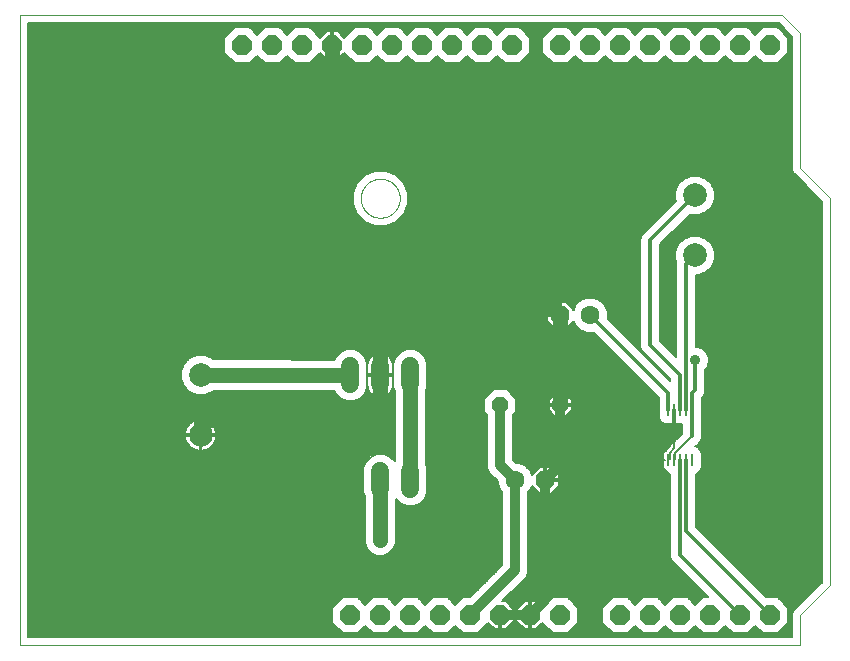
<source format=gtl>
G75*
%MOIN*%
%OFA0B0*%
%FSLAX25Y25*%
%IPPOS*%
%LPD*%
%AMOC8*
5,1,8,0,0,1.08239X$1,22.5*
%
%ADD10OC8,0.05200*%
%ADD11OC8,0.06300*%
%ADD12C,0.06300*%
%ADD13R,0.00984X0.03937*%
%ADD14C,0.06000*%
%ADD15C,0.00000*%
%ADD16OC8,0.06600*%
%ADD17C,0.07874*%
%ADD18C,0.00600*%
%ADD19C,0.01200*%
%ADD20C,0.03200*%
%ADD21C,0.03562*%
%ADD22C,0.05000*%
D10*
X0165000Y0085000D03*
X0185000Y0085000D03*
D11*
X0180000Y0060000D03*
X0185000Y0115000D03*
D12*
X0195000Y0115000D03*
X0170000Y0060000D03*
D13*
X0221063Y0066681D03*
X0223031Y0066681D03*
X0225000Y0066681D03*
X0226969Y0066681D03*
X0228937Y0066681D03*
X0228937Y0083319D03*
X0226969Y0083319D03*
X0225000Y0083319D03*
X0223031Y0083319D03*
X0221063Y0083319D03*
D14*
X0135000Y0092000D02*
X0135000Y0098000D01*
X0125000Y0098000D02*
X0125000Y0092000D01*
X0115000Y0092000D02*
X0115000Y0098000D01*
X0125000Y0063000D02*
X0125000Y0057000D01*
X0135000Y0057000D02*
X0135000Y0063000D01*
D15*
X0005000Y0005000D02*
X0005000Y0215000D01*
X0259000Y0215000D01*
X0265000Y0209000D01*
X0265000Y0164000D01*
X0275000Y0154000D01*
X0275000Y0025000D01*
X0265000Y0015000D01*
X0265000Y0005000D01*
X0005000Y0005000D01*
X0118500Y0154000D02*
X0118502Y0154161D01*
X0118508Y0154321D01*
X0118518Y0154482D01*
X0118532Y0154642D01*
X0118550Y0154802D01*
X0118571Y0154961D01*
X0118597Y0155120D01*
X0118627Y0155278D01*
X0118660Y0155435D01*
X0118698Y0155592D01*
X0118739Y0155747D01*
X0118784Y0155901D01*
X0118833Y0156054D01*
X0118886Y0156206D01*
X0118942Y0156357D01*
X0119003Y0156506D01*
X0119066Y0156654D01*
X0119134Y0156800D01*
X0119205Y0156944D01*
X0119279Y0157086D01*
X0119357Y0157227D01*
X0119439Y0157365D01*
X0119524Y0157502D01*
X0119612Y0157636D01*
X0119704Y0157768D01*
X0119799Y0157898D01*
X0119897Y0158026D01*
X0119998Y0158151D01*
X0120102Y0158273D01*
X0120209Y0158393D01*
X0120319Y0158510D01*
X0120432Y0158625D01*
X0120548Y0158736D01*
X0120667Y0158845D01*
X0120788Y0158950D01*
X0120912Y0159053D01*
X0121038Y0159153D01*
X0121166Y0159249D01*
X0121297Y0159342D01*
X0121431Y0159432D01*
X0121566Y0159519D01*
X0121704Y0159602D01*
X0121843Y0159682D01*
X0121985Y0159758D01*
X0122128Y0159831D01*
X0122273Y0159900D01*
X0122420Y0159966D01*
X0122568Y0160028D01*
X0122718Y0160086D01*
X0122869Y0160141D01*
X0123022Y0160192D01*
X0123176Y0160239D01*
X0123331Y0160282D01*
X0123487Y0160321D01*
X0123643Y0160357D01*
X0123801Y0160388D01*
X0123959Y0160416D01*
X0124118Y0160440D01*
X0124278Y0160460D01*
X0124438Y0160476D01*
X0124598Y0160488D01*
X0124759Y0160496D01*
X0124920Y0160500D01*
X0125080Y0160500D01*
X0125241Y0160496D01*
X0125402Y0160488D01*
X0125562Y0160476D01*
X0125722Y0160460D01*
X0125882Y0160440D01*
X0126041Y0160416D01*
X0126199Y0160388D01*
X0126357Y0160357D01*
X0126513Y0160321D01*
X0126669Y0160282D01*
X0126824Y0160239D01*
X0126978Y0160192D01*
X0127131Y0160141D01*
X0127282Y0160086D01*
X0127432Y0160028D01*
X0127580Y0159966D01*
X0127727Y0159900D01*
X0127872Y0159831D01*
X0128015Y0159758D01*
X0128157Y0159682D01*
X0128296Y0159602D01*
X0128434Y0159519D01*
X0128569Y0159432D01*
X0128703Y0159342D01*
X0128834Y0159249D01*
X0128962Y0159153D01*
X0129088Y0159053D01*
X0129212Y0158950D01*
X0129333Y0158845D01*
X0129452Y0158736D01*
X0129568Y0158625D01*
X0129681Y0158510D01*
X0129791Y0158393D01*
X0129898Y0158273D01*
X0130002Y0158151D01*
X0130103Y0158026D01*
X0130201Y0157898D01*
X0130296Y0157768D01*
X0130388Y0157636D01*
X0130476Y0157502D01*
X0130561Y0157365D01*
X0130643Y0157227D01*
X0130721Y0157086D01*
X0130795Y0156944D01*
X0130866Y0156800D01*
X0130934Y0156654D01*
X0130997Y0156506D01*
X0131058Y0156357D01*
X0131114Y0156206D01*
X0131167Y0156054D01*
X0131216Y0155901D01*
X0131261Y0155747D01*
X0131302Y0155592D01*
X0131340Y0155435D01*
X0131373Y0155278D01*
X0131403Y0155120D01*
X0131429Y0154961D01*
X0131450Y0154802D01*
X0131468Y0154642D01*
X0131482Y0154482D01*
X0131492Y0154321D01*
X0131498Y0154161D01*
X0131500Y0154000D01*
X0131498Y0153839D01*
X0131492Y0153679D01*
X0131482Y0153518D01*
X0131468Y0153358D01*
X0131450Y0153198D01*
X0131429Y0153039D01*
X0131403Y0152880D01*
X0131373Y0152722D01*
X0131340Y0152565D01*
X0131302Y0152408D01*
X0131261Y0152253D01*
X0131216Y0152099D01*
X0131167Y0151946D01*
X0131114Y0151794D01*
X0131058Y0151643D01*
X0130997Y0151494D01*
X0130934Y0151346D01*
X0130866Y0151200D01*
X0130795Y0151056D01*
X0130721Y0150914D01*
X0130643Y0150773D01*
X0130561Y0150635D01*
X0130476Y0150498D01*
X0130388Y0150364D01*
X0130296Y0150232D01*
X0130201Y0150102D01*
X0130103Y0149974D01*
X0130002Y0149849D01*
X0129898Y0149727D01*
X0129791Y0149607D01*
X0129681Y0149490D01*
X0129568Y0149375D01*
X0129452Y0149264D01*
X0129333Y0149155D01*
X0129212Y0149050D01*
X0129088Y0148947D01*
X0128962Y0148847D01*
X0128834Y0148751D01*
X0128703Y0148658D01*
X0128569Y0148568D01*
X0128434Y0148481D01*
X0128296Y0148398D01*
X0128157Y0148318D01*
X0128015Y0148242D01*
X0127872Y0148169D01*
X0127727Y0148100D01*
X0127580Y0148034D01*
X0127432Y0147972D01*
X0127282Y0147914D01*
X0127131Y0147859D01*
X0126978Y0147808D01*
X0126824Y0147761D01*
X0126669Y0147718D01*
X0126513Y0147679D01*
X0126357Y0147643D01*
X0126199Y0147612D01*
X0126041Y0147584D01*
X0125882Y0147560D01*
X0125722Y0147540D01*
X0125562Y0147524D01*
X0125402Y0147512D01*
X0125241Y0147504D01*
X0125080Y0147500D01*
X0124920Y0147500D01*
X0124759Y0147504D01*
X0124598Y0147512D01*
X0124438Y0147524D01*
X0124278Y0147540D01*
X0124118Y0147560D01*
X0123959Y0147584D01*
X0123801Y0147612D01*
X0123643Y0147643D01*
X0123487Y0147679D01*
X0123331Y0147718D01*
X0123176Y0147761D01*
X0123022Y0147808D01*
X0122869Y0147859D01*
X0122718Y0147914D01*
X0122568Y0147972D01*
X0122420Y0148034D01*
X0122273Y0148100D01*
X0122128Y0148169D01*
X0121985Y0148242D01*
X0121843Y0148318D01*
X0121704Y0148398D01*
X0121566Y0148481D01*
X0121431Y0148568D01*
X0121297Y0148658D01*
X0121166Y0148751D01*
X0121038Y0148847D01*
X0120912Y0148947D01*
X0120788Y0149050D01*
X0120667Y0149155D01*
X0120548Y0149264D01*
X0120432Y0149375D01*
X0120319Y0149490D01*
X0120209Y0149607D01*
X0120102Y0149727D01*
X0119998Y0149849D01*
X0119897Y0149974D01*
X0119799Y0150102D01*
X0119704Y0150232D01*
X0119612Y0150364D01*
X0119524Y0150498D01*
X0119439Y0150635D01*
X0119357Y0150773D01*
X0119279Y0150914D01*
X0119205Y0151056D01*
X0119134Y0151200D01*
X0119066Y0151346D01*
X0119003Y0151494D01*
X0118942Y0151643D01*
X0118886Y0151794D01*
X0118833Y0151946D01*
X0118784Y0152099D01*
X0118739Y0152253D01*
X0118698Y0152408D01*
X0118660Y0152565D01*
X0118627Y0152722D01*
X0118597Y0152880D01*
X0118571Y0153039D01*
X0118550Y0153198D01*
X0118532Y0153358D01*
X0118518Y0153518D01*
X0118508Y0153679D01*
X0118502Y0153839D01*
X0118500Y0154000D01*
D16*
X0119000Y0205000D03*
X0129000Y0205000D03*
X0139000Y0205000D03*
X0149000Y0205000D03*
X0159000Y0205000D03*
X0169000Y0205000D03*
X0185000Y0205000D03*
X0195000Y0205000D03*
X0205000Y0205000D03*
X0215000Y0205000D03*
X0225000Y0205000D03*
X0235000Y0205000D03*
X0245000Y0205000D03*
X0255000Y0205000D03*
X0109000Y0205000D03*
X0099000Y0205000D03*
X0089000Y0205000D03*
X0079000Y0205000D03*
X0115000Y0015000D03*
X0125000Y0015000D03*
X0135000Y0015000D03*
X0145000Y0015000D03*
X0155000Y0015000D03*
X0165000Y0015000D03*
X0175000Y0015000D03*
X0185000Y0015000D03*
X0205000Y0015000D03*
X0215000Y0015000D03*
X0225000Y0015000D03*
X0235000Y0015000D03*
X0245000Y0015000D03*
X0255000Y0015000D03*
D17*
X0229902Y0134917D03*
X0229902Y0154917D03*
X0065098Y0095083D03*
X0065098Y0075083D03*
D18*
X0064798Y0074989D02*
X0007700Y0074989D01*
X0007700Y0075587D02*
X0059876Y0075587D01*
X0059861Y0075495D02*
X0059861Y0075383D01*
X0064798Y0075383D01*
X0064798Y0074783D01*
X0059861Y0074783D01*
X0059861Y0074671D01*
X0059990Y0073857D01*
X0060245Y0073073D01*
X0060619Y0072338D01*
X0061104Y0071671D01*
X0061687Y0071088D01*
X0062354Y0070604D01*
X0063088Y0070230D01*
X0063872Y0069975D01*
X0064686Y0069846D01*
X0064798Y0069846D01*
X0064798Y0074783D01*
X0065398Y0074783D01*
X0065398Y0069846D01*
X0065511Y0069846D01*
X0066325Y0069975D01*
X0067109Y0070230D01*
X0067843Y0070604D01*
X0068510Y0071088D01*
X0069093Y0071671D01*
X0069578Y0072338D01*
X0069952Y0073073D01*
X0070206Y0073857D01*
X0070335Y0074671D01*
X0070335Y0074783D01*
X0065398Y0074783D01*
X0065398Y0075383D01*
X0064798Y0075383D01*
X0064798Y0080320D01*
X0064686Y0080320D01*
X0063872Y0080191D01*
X0063088Y0079936D01*
X0062354Y0079562D01*
X0061687Y0079078D01*
X0061104Y0078495D01*
X0060619Y0077828D01*
X0060245Y0077093D01*
X0059990Y0076309D01*
X0059861Y0075495D01*
X0059971Y0076186D02*
X0007700Y0076186D01*
X0007700Y0076784D02*
X0060145Y0076784D01*
X0060392Y0077383D02*
X0007700Y0077383D01*
X0007700Y0077981D02*
X0060731Y0077981D01*
X0061189Y0078580D02*
X0007700Y0078580D01*
X0007700Y0079178D02*
X0061825Y0079178D01*
X0062775Y0079777D02*
X0007700Y0079777D01*
X0007700Y0080375D02*
X0129800Y0080375D01*
X0129800Y0079777D02*
X0067422Y0079777D01*
X0067109Y0079936D02*
X0066325Y0080191D01*
X0065511Y0080320D01*
X0065398Y0080320D01*
X0065398Y0075383D01*
X0070335Y0075383D01*
X0070335Y0075495D01*
X0070206Y0076309D01*
X0069952Y0077093D01*
X0069578Y0077828D01*
X0069093Y0078495D01*
X0068510Y0079078D01*
X0067843Y0079562D01*
X0067109Y0079936D01*
X0068372Y0079178D02*
X0129800Y0079178D01*
X0129800Y0078580D02*
X0069008Y0078580D01*
X0069466Y0077981D02*
X0129800Y0077981D01*
X0129800Y0077383D02*
X0069804Y0077383D01*
X0070052Y0076784D02*
X0129800Y0076784D01*
X0129800Y0076186D02*
X0070226Y0076186D01*
X0070321Y0075587D02*
X0129800Y0075587D01*
X0129800Y0074989D02*
X0065398Y0074989D01*
X0065398Y0075587D02*
X0064798Y0075587D01*
X0064798Y0076186D02*
X0065398Y0076186D01*
X0065398Y0076784D02*
X0064798Y0076784D01*
X0064798Y0077383D02*
X0065398Y0077383D01*
X0065398Y0077981D02*
X0064798Y0077981D01*
X0064798Y0078580D02*
X0065398Y0078580D01*
X0065398Y0079178D02*
X0064798Y0079178D01*
X0064798Y0079777D02*
X0065398Y0079777D01*
X0065398Y0074390D02*
X0064798Y0074390D01*
X0064798Y0073792D02*
X0065398Y0073792D01*
X0065398Y0073193D02*
X0064798Y0073193D01*
X0064798Y0072595D02*
X0065398Y0072595D01*
X0065398Y0071996D02*
X0064798Y0071996D01*
X0064798Y0071398D02*
X0065398Y0071398D01*
X0065398Y0070799D02*
X0064798Y0070799D01*
X0064798Y0070201D02*
X0065398Y0070201D01*
X0067019Y0070201D02*
X0129800Y0070201D01*
X0129800Y0070799D02*
X0068112Y0070799D01*
X0068819Y0071398D02*
X0129800Y0071398D01*
X0129800Y0071996D02*
X0069329Y0071996D01*
X0069708Y0072595D02*
X0129800Y0072595D01*
X0129800Y0073193D02*
X0069991Y0073193D01*
X0070185Y0073792D02*
X0129800Y0073792D01*
X0129800Y0074390D02*
X0070291Y0074390D01*
X0063178Y0070201D02*
X0007700Y0070201D01*
X0007700Y0070799D02*
X0062085Y0070799D01*
X0061378Y0071398D02*
X0007700Y0071398D01*
X0007700Y0071996D02*
X0060868Y0071996D01*
X0060489Y0072595D02*
X0007700Y0072595D01*
X0007700Y0073193D02*
X0060206Y0073193D01*
X0060012Y0073792D02*
X0007700Y0073792D01*
X0007700Y0074390D02*
X0059906Y0074390D01*
X0063778Y0088446D02*
X0066419Y0088446D01*
X0068858Y0089456D01*
X0069285Y0089883D01*
X0079909Y0089883D01*
X0109736Y0089812D01*
X0110168Y0088771D01*
X0111771Y0087168D01*
X0113866Y0086300D01*
X0116134Y0086300D01*
X0118229Y0087168D01*
X0119832Y0088771D01*
X0120700Y0090866D01*
X0120700Y0099134D01*
X0119832Y0101229D01*
X0118229Y0102832D01*
X0116134Y0103700D01*
X0113866Y0103700D01*
X0111771Y0102832D01*
X0110168Y0101229D01*
X0109747Y0100212D01*
X0080957Y0100281D01*
X0080951Y0100283D01*
X0079924Y0100283D01*
X0078895Y0100285D01*
X0078889Y0100283D01*
X0069285Y0100283D01*
X0068858Y0100710D01*
X0066419Y0101720D01*
X0063778Y0101720D01*
X0061339Y0100710D01*
X0059472Y0098843D01*
X0058461Y0096403D01*
X0058461Y0093763D01*
X0059472Y0091323D01*
X0061339Y0089456D01*
X0063778Y0088446D01*
X0063034Y0088754D02*
X0007700Y0088754D01*
X0007700Y0088156D02*
X0110783Y0088156D01*
X0110185Y0088754D02*
X0067163Y0088754D01*
X0068608Y0089353D02*
X0109927Y0089353D01*
X0111382Y0087557D02*
X0007700Y0087557D01*
X0007700Y0086959D02*
X0112276Y0086959D01*
X0113721Y0086360D02*
X0007700Y0086360D01*
X0007700Y0085762D02*
X0129800Y0085762D01*
X0129800Y0086360D02*
X0116279Y0086360D01*
X0117724Y0086959D02*
X0129800Y0086959D01*
X0129800Y0087557D02*
X0118618Y0087557D01*
X0119217Y0088156D02*
X0123073Y0088156D01*
X0123349Y0088015D02*
X0123993Y0087806D01*
X0124662Y0087700D01*
X0124700Y0087700D01*
X0124700Y0094700D01*
X0125300Y0094700D01*
X0125300Y0095300D01*
X0129300Y0095300D01*
X0129300Y0098338D01*
X0129194Y0099007D01*
X0128985Y0099651D01*
X0128678Y0100254D01*
X0128280Y0100801D01*
X0127801Y0101280D01*
X0127254Y0101678D01*
X0126651Y0101985D01*
X0126007Y0102194D01*
X0125338Y0102300D01*
X0125300Y0102300D01*
X0125300Y0095300D01*
X0124700Y0095300D01*
X0124700Y0102300D01*
X0124662Y0102300D01*
X0123993Y0102194D01*
X0123349Y0101985D01*
X0122746Y0101678D01*
X0122199Y0101280D01*
X0121720Y0100801D01*
X0121322Y0100254D01*
X0121015Y0099651D01*
X0120806Y0099007D01*
X0120700Y0098338D01*
X0120700Y0095300D01*
X0124700Y0095300D01*
X0124700Y0094700D01*
X0120700Y0094700D01*
X0120700Y0091662D01*
X0120806Y0090993D01*
X0121015Y0090349D01*
X0121322Y0089746D01*
X0121720Y0089199D01*
X0122199Y0088720D01*
X0122746Y0088322D01*
X0123349Y0088015D01*
X0124700Y0088156D02*
X0125300Y0088156D01*
X0125300Y0087700D02*
X0125338Y0087700D01*
X0126007Y0087806D01*
X0126651Y0088015D01*
X0127254Y0088322D01*
X0127801Y0088720D01*
X0128280Y0089199D01*
X0128678Y0089746D01*
X0128985Y0090349D01*
X0129194Y0090993D01*
X0129300Y0091662D01*
X0129300Y0094700D01*
X0125300Y0094700D01*
X0125300Y0087700D01*
X0125300Y0088754D02*
X0124700Y0088754D01*
X0124700Y0089353D02*
X0125300Y0089353D01*
X0125300Y0089951D02*
X0124700Y0089951D01*
X0124700Y0090550D02*
X0125300Y0090550D01*
X0125300Y0091148D02*
X0124700Y0091148D01*
X0124700Y0091747D02*
X0125300Y0091747D01*
X0125300Y0092345D02*
X0124700Y0092345D01*
X0124700Y0092944D02*
X0125300Y0092944D01*
X0125300Y0093542D02*
X0124700Y0093542D01*
X0124700Y0094141D02*
X0125300Y0094141D01*
X0125300Y0094739D02*
X0129300Y0094739D01*
X0129300Y0094141D02*
X0129300Y0094141D01*
X0129300Y0093542D02*
X0129300Y0093542D01*
X0129300Y0092944D02*
X0129300Y0092944D01*
X0129300Y0092345D02*
X0129300Y0092345D01*
X0129300Y0091747D02*
X0129300Y0091747D01*
X0129300Y0091148D02*
X0129219Y0091148D01*
X0129300Y0090866D02*
X0129800Y0089659D01*
X0129800Y0066261D01*
X0128229Y0067832D01*
X0126134Y0068700D01*
X0123866Y0068700D01*
X0121771Y0067832D01*
X0120168Y0066229D01*
X0119300Y0064134D01*
X0119300Y0055866D01*
X0119800Y0054659D01*
X0119800Y0038966D01*
X0120592Y0037054D01*
X0122054Y0035592D01*
X0123966Y0034800D01*
X0126034Y0034800D01*
X0127946Y0035592D01*
X0129408Y0037054D01*
X0130200Y0038966D01*
X0130200Y0053739D01*
X0131771Y0052168D01*
X0133866Y0051300D01*
X0136134Y0051300D01*
X0138229Y0052168D01*
X0139832Y0053771D01*
X0140700Y0055866D01*
X0140700Y0064134D01*
X0140200Y0065341D01*
X0140200Y0089659D01*
X0140700Y0090866D01*
X0140700Y0099134D01*
X0139832Y0101229D01*
X0138229Y0102832D01*
X0136134Y0103700D01*
X0133866Y0103700D01*
X0131771Y0102832D01*
X0130168Y0101229D01*
X0129300Y0099134D01*
X0129300Y0090866D01*
X0129431Y0090550D02*
X0129050Y0090550D01*
X0128782Y0089951D02*
X0129679Y0089951D01*
X0129800Y0089353D02*
X0128392Y0089353D01*
X0127835Y0088754D02*
X0129800Y0088754D01*
X0129800Y0088156D02*
X0126927Y0088156D01*
X0129800Y0085163D02*
X0007700Y0085163D01*
X0007700Y0084565D02*
X0129800Y0084565D01*
X0129800Y0083966D02*
X0007700Y0083966D01*
X0007700Y0083368D02*
X0129800Y0083368D01*
X0129800Y0082769D02*
X0007700Y0082769D01*
X0007700Y0082171D02*
X0129800Y0082171D01*
X0129800Y0081572D02*
X0007700Y0081572D01*
X0007700Y0080974D02*
X0129800Y0080974D01*
X0122165Y0088754D02*
X0119815Y0088754D01*
X0120073Y0089353D02*
X0121608Y0089353D01*
X0121218Y0089951D02*
X0120321Y0089951D01*
X0120569Y0090550D02*
X0120950Y0090550D01*
X0120781Y0091148D02*
X0120700Y0091148D01*
X0120700Y0091747D02*
X0120700Y0091747D01*
X0120700Y0092345D02*
X0120700Y0092345D01*
X0120700Y0092944D02*
X0120700Y0092944D01*
X0120700Y0093542D02*
X0120700Y0093542D01*
X0120700Y0094141D02*
X0120700Y0094141D01*
X0120700Y0094739D02*
X0124700Y0094739D01*
X0124700Y0095338D02*
X0125300Y0095338D01*
X0125300Y0095937D02*
X0124700Y0095937D01*
X0124700Y0096535D02*
X0125300Y0096535D01*
X0125300Y0097134D02*
X0124700Y0097134D01*
X0124700Y0097732D02*
X0125300Y0097732D01*
X0125300Y0098331D02*
X0124700Y0098331D01*
X0124700Y0098929D02*
X0125300Y0098929D01*
X0125300Y0099528D02*
X0124700Y0099528D01*
X0124700Y0100126D02*
X0125300Y0100126D01*
X0125300Y0100725D02*
X0124700Y0100725D01*
X0124700Y0101323D02*
X0125300Y0101323D01*
X0125300Y0101922D02*
X0124700Y0101922D01*
X0123225Y0101922D02*
X0119139Y0101922D01*
X0118541Y0102520D02*
X0131459Y0102520D01*
X0130861Y0101922D02*
X0126775Y0101922D01*
X0127742Y0101323D02*
X0130262Y0101323D01*
X0129959Y0100725D02*
X0128336Y0100725D01*
X0128743Y0100126D02*
X0129711Y0100126D01*
X0129463Y0099528D02*
X0129025Y0099528D01*
X0129206Y0098929D02*
X0129300Y0098929D01*
X0129300Y0098331D02*
X0129300Y0098331D01*
X0129300Y0097732D02*
X0129300Y0097732D01*
X0129300Y0097134D02*
X0129300Y0097134D01*
X0129300Y0096535D02*
X0129300Y0096535D01*
X0129300Y0095937D02*
X0129300Y0095937D01*
X0129300Y0095338D02*
X0129300Y0095338D01*
X0122258Y0101323D02*
X0119738Y0101323D01*
X0120041Y0100725D02*
X0121664Y0100725D01*
X0121257Y0100126D02*
X0120289Y0100126D01*
X0120537Y0099528D02*
X0120975Y0099528D01*
X0120794Y0098929D02*
X0120700Y0098929D01*
X0120700Y0098331D02*
X0120700Y0098331D01*
X0120700Y0097732D02*
X0120700Y0097732D01*
X0120700Y0097134D02*
X0120700Y0097134D01*
X0120700Y0096535D02*
X0120700Y0096535D01*
X0120700Y0095937D02*
X0120700Y0095937D01*
X0120700Y0095338D02*
X0120700Y0095338D01*
X0117537Y0103119D02*
X0132463Y0103119D01*
X0137537Y0103119D02*
X0202214Y0103119D01*
X0201616Y0103717D02*
X0007700Y0103717D01*
X0007700Y0103119D02*
X0112463Y0103119D01*
X0111459Y0102520D02*
X0007700Y0102520D01*
X0007700Y0101922D02*
X0110861Y0101922D01*
X0110262Y0101323D02*
X0067377Y0101323D01*
X0068822Y0100725D02*
X0109959Y0100725D01*
X0138541Y0102520D02*
X0202813Y0102520D01*
X0203411Y0101922D02*
X0139139Y0101922D01*
X0139738Y0101323D02*
X0204010Y0101323D01*
X0204609Y0100725D02*
X0140041Y0100725D01*
X0140289Y0100126D02*
X0205207Y0100126D01*
X0205806Y0099528D02*
X0140537Y0099528D01*
X0140700Y0098929D02*
X0206404Y0098929D01*
X0207003Y0098331D02*
X0140700Y0098331D01*
X0140700Y0097732D02*
X0207601Y0097732D01*
X0208200Y0097134D02*
X0140700Y0097134D01*
X0140700Y0096535D02*
X0208798Y0096535D01*
X0209397Y0095937D02*
X0140700Y0095937D01*
X0140700Y0095338D02*
X0209995Y0095338D01*
X0210594Y0094739D02*
X0140700Y0094739D01*
X0140700Y0094141D02*
X0211192Y0094141D01*
X0211791Y0093542D02*
X0140700Y0093542D01*
X0140700Y0092944D02*
X0212389Y0092944D01*
X0212988Y0092345D02*
X0140700Y0092345D01*
X0140700Y0091747D02*
X0213586Y0091747D01*
X0214185Y0091148D02*
X0140700Y0091148D01*
X0140569Y0090550D02*
X0214783Y0090550D01*
X0215382Y0089951D02*
X0167544Y0089951D01*
X0167195Y0090300D02*
X0162805Y0090300D01*
X0159700Y0087195D01*
X0159700Y0082805D01*
X0160700Y0081805D01*
X0160700Y0064145D01*
X0161355Y0062564D01*
X0164150Y0059769D01*
X0164150Y0058836D01*
X0165041Y0056686D01*
X0165700Y0056027D01*
X0165700Y0031781D01*
X0154919Y0021000D01*
X0152515Y0021000D01*
X0150000Y0018485D01*
X0147485Y0021000D01*
X0142515Y0021000D01*
X0140000Y0018485D01*
X0137485Y0021000D01*
X0132515Y0021000D01*
X0130000Y0018485D01*
X0127485Y0021000D01*
X0122515Y0021000D01*
X0120000Y0018485D01*
X0117485Y0021000D01*
X0112515Y0021000D01*
X0109000Y0017485D01*
X0109000Y0012515D01*
X0112515Y0009000D01*
X0117485Y0009000D01*
X0120000Y0011515D01*
X0122515Y0009000D01*
X0127485Y0009000D01*
X0130000Y0011515D01*
X0132515Y0009000D01*
X0137485Y0009000D01*
X0140000Y0011515D01*
X0142515Y0009000D01*
X0147485Y0009000D01*
X0150000Y0011515D01*
X0152515Y0009000D01*
X0157485Y0009000D01*
X0160990Y0012505D01*
X0163095Y0010400D01*
X0164700Y0010400D01*
X0164700Y0014700D01*
X0165300Y0014700D01*
X0165300Y0015300D01*
X0169600Y0015300D01*
X0169600Y0016905D01*
X0166905Y0019600D01*
X0165681Y0019600D01*
X0173645Y0027564D01*
X0174300Y0029145D01*
X0174300Y0056027D01*
X0174959Y0056686D01*
X0175563Y0058144D01*
X0178157Y0055550D01*
X0179700Y0055550D01*
X0179700Y0059700D01*
X0180300Y0059700D01*
X0180300Y0060300D01*
X0179700Y0060300D01*
X0179700Y0064450D01*
X0178157Y0064450D01*
X0175563Y0061856D01*
X0174959Y0063314D01*
X0173314Y0064959D01*
X0171164Y0065850D01*
X0170231Y0065850D01*
X0169300Y0066781D01*
X0169300Y0081805D01*
X0170300Y0082805D01*
X0170300Y0087195D01*
X0167195Y0090300D01*
X0168142Y0089353D02*
X0215980Y0089353D01*
X0216579Y0088754D02*
X0186761Y0088754D01*
X0186615Y0088900D02*
X0185300Y0088900D01*
X0185300Y0085300D01*
X0188900Y0085300D01*
X0188900Y0086615D01*
X0186615Y0088900D01*
X0187360Y0088156D02*
X0217177Y0088156D01*
X0217763Y0087570D02*
X0217763Y0082663D01*
X0217871Y0082402D01*
X0217871Y0080814D01*
X0218282Y0079821D01*
X0219041Y0079062D01*
X0220034Y0078651D01*
X0222092Y0078651D01*
X0223031Y0079040D01*
X0223971Y0078651D01*
X0225637Y0078651D01*
X0225637Y0075577D01*
X0221709Y0071648D01*
X0221709Y0071648D01*
X0220865Y0070804D01*
X0220857Y0070785D01*
X0220250Y0070179D01*
X0220125Y0069876D01*
X0220069Y0069861D01*
X0219773Y0069689D01*
X0219531Y0069447D01*
X0219359Y0069151D01*
X0219271Y0068820D01*
X0219271Y0066681D01*
X0219839Y0066681D01*
X0219839Y0066681D01*
X0219271Y0066681D01*
X0219271Y0064541D01*
X0219359Y0064210D01*
X0219531Y0063914D01*
X0219773Y0063672D01*
X0220069Y0063501D01*
X0220125Y0063486D01*
X0220250Y0063183D01*
X0221010Y0062423D01*
X0221700Y0062137D01*
X0221700Y0034344D01*
X0222202Y0033131D01*
X0223131Y0032202D01*
X0234333Y0021000D01*
X0232515Y0021000D01*
X0230000Y0018485D01*
X0227485Y0021000D01*
X0222515Y0021000D01*
X0220000Y0018485D01*
X0217485Y0021000D01*
X0212515Y0021000D01*
X0210000Y0018485D01*
X0207485Y0021000D01*
X0202515Y0021000D01*
X0199000Y0017485D01*
X0199000Y0012515D01*
X0202515Y0009000D01*
X0207485Y0009000D01*
X0210000Y0011515D01*
X0212515Y0009000D01*
X0217485Y0009000D01*
X0220000Y0011515D01*
X0222515Y0009000D01*
X0227485Y0009000D01*
X0230000Y0011515D01*
X0232515Y0009000D01*
X0237485Y0009000D01*
X0240000Y0011515D01*
X0242515Y0009000D01*
X0247485Y0009000D01*
X0250000Y0011515D01*
X0252515Y0009000D01*
X0257485Y0009000D01*
X0261000Y0012515D01*
X0261000Y0017485D01*
X0257485Y0021000D01*
X0253667Y0021000D01*
X0230268Y0044398D01*
X0230268Y0062137D01*
X0230959Y0062423D01*
X0231718Y0063183D01*
X0232129Y0064175D01*
X0232129Y0069186D01*
X0231718Y0070179D01*
X0230959Y0070938D01*
X0229966Y0071349D01*
X0229895Y0071349D01*
X0230082Y0071536D01*
X0230806Y0071836D01*
X0231735Y0072765D01*
X0232237Y0073978D01*
X0232237Y0087570D01*
X0232798Y0088131D01*
X0233300Y0089344D01*
X0233300Y0096963D01*
X0233799Y0097462D01*
X0234481Y0099109D01*
X0234481Y0100891D01*
X0233799Y0102538D01*
X0232538Y0103799D01*
X0230891Y0104481D01*
X0230268Y0104481D01*
X0230268Y0128280D01*
X0231222Y0128280D01*
X0233661Y0129290D01*
X0235528Y0131157D01*
X0236539Y0133597D01*
X0236539Y0136237D01*
X0235528Y0138676D01*
X0233661Y0140544D01*
X0231222Y0141554D01*
X0228581Y0141554D01*
X0226142Y0140544D01*
X0224275Y0138676D01*
X0223265Y0136237D01*
X0223265Y0133597D01*
X0223669Y0132622D01*
X0223669Y0100998D01*
X0218300Y0106367D01*
X0218300Y0138648D01*
X0228122Y0148470D01*
X0228581Y0148280D01*
X0231222Y0148280D01*
X0233661Y0149290D01*
X0235528Y0151157D01*
X0236539Y0153597D01*
X0236539Y0156237D01*
X0235528Y0158676D01*
X0233661Y0160544D01*
X0231222Y0161554D01*
X0228581Y0161554D01*
X0226142Y0160544D01*
X0224275Y0158676D01*
X0223265Y0156237D01*
X0223265Y0153597D01*
X0223455Y0153137D01*
X0212202Y0141885D01*
X0211700Y0140672D01*
X0211700Y0104344D01*
X0212202Y0103131D01*
X0213131Y0102202D01*
X0221700Y0093633D01*
X0221700Y0092967D01*
X0200844Y0113823D01*
X0200850Y0113836D01*
X0200850Y0116164D01*
X0199959Y0118314D01*
X0198314Y0119959D01*
X0196164Y0120850D01*
X0193836Y0120850D01*
X0191686Y0119959D01*
X0190041Y0118314D01*
X0189437Y0116856D01*
X0186843Y0119450D01*
X0185300Y0119450D01*
X0185300Y0115300D01*
X0184700Y0115300D01*
X0184700Y0119450D01*
X0183157Y0119450D01*
X0180550Y0116843D01*
X0180550Y0115300D01*
X0184700Y0115300D01*
X0184700Y0114700D01*
X0185300Y0114700D01*
X0185300Y0110550D01*
X0186843Y0110550D01*
X0189437Y0113144D01*
X0190041Y0111686D01*
X0191686Y0110041D01*
X0193836Y0109150D01*
X0196164Y0109150D01*
X0196177Y0109156D01*
X0217763Y0087570D01*
X0217763Y0087557D02*
X0187958Y0087557D01*
X0188557Y0086959D02*
X0217763Y0086959D01*
X0217763Y0086360D02*
X0188900Y0086360D01*
X0188900Y0085762D02*
X0217763Y0085762D01*
X0217763Y0085163D02*
X0185300Y0085163D01*
X0185300Y0085300D02*
X0185300Y0084700D01*
X0188900Y0084700D01*
X0188900Y0083385D01*
X0186615Y0081100D01*
X0185300Y0081100D01*
X0185300Y0084700D01*
X0184700Y0084700D01*
X0184700Y0081100D01*
X0183385Y0081100D01*
X0181100Y0083385D01*
X0181100Y0084700D01*
X0184700Y0084700D01*
X0184700Y0085300D01*
X0184700Y0088900D01*
X0183385Y0088900D01*
X0181100Y0086615D01*
X0181100Y0085300D01*
X0184700Y0085300D01*
X0185300Y0085300D01*
X0185300Y0085762D02*
X0184700Y0085762D01*
X0184700Y0086360D02*
X0185300Y0086360D01*
X0185300Y0086959D02*
X0184700Y0086959D01*
X0184700Y0087557D02*
X0185300Y0087557D01*
X0185300Y0088156D02*
X0184700Y0088156D01*
X0184700Y0088754D02*
X0185300Y0088754D01*
X0183239Y0088754D02*
X0168741Y0088754D01*
X0169339Y0088156D02*
X0182640Y0088156D01*
X0182042Y0087557D02*
X0169938Y0087557D01*
X0170300Y0086959D02*
X0181443Y0086959D01*
X0181100Y0086360D02*
X0170300Y0086360D01*
X0170300Y0085762D02*
X0181100Y0085762D01*
X0181100Y0084565D02*
X0170300Y0084565D01*
X0170300Y0085163D02*
X0184700Y0085163D01*
X0184700Y0084565D02*
X0185300Y0084565D01*
X0185300Y0083966D02*
X0184700Y0083966D01*
X0184700Y0083368D02*
X0185300Y0083368D01*
X0185300Y0082769D02*
X0184700Y0082769D01*
X0184700Y0082171D02*
X0185300Y0082171D01*
X0185300Y0081572D02*
X0184700Y0081572D01*
X0182912Y0081572D02*
X0169300Y0081572D01*
X0169300Y0080974D02*
X0217871Y0080974D01*
X0217871Y0081572D02*
X0187088Y0081572D01*
X0187686Y0082171D02*
X0217871Y0082171D01*
X0217763Y0082769D02*
X0188285Y0082769D01*
X0188883Y0083368D02*
X0217763Y0083368D01*
X0217763Y0083966D02*
X0188900Y0083966D01*
X0188900Y0084565D02*
X0217763Y0084565D01*
X0218052Y0080375D02*
X0169300Y0080375D01*
X0169300Y0079777D02*
X0218327Y0079777D01*
X0218925Y0079178D02*
X0169300Y0079178D01*
X0169300Y0078580D02*
X0225637Y0078580D01*
X0225637Y0077981D02*
X0169300Y0077981D01*
X0169300Y0077383D02*
X0225637Y0077383D01*
X0225637Y0076784D02*
X0169300Y0076784D01*
X0169300Y0076186D02*
X0225637Y0076186D01*
X0225637Y0075587D02*
X0169300Y0075587D01*
X0169300Y0074989D02*
X0225049Y0074989D01*
X0224450Y0074390D02*
X0169300Y0074390D01*
X0169300Y0073792D02*
X0223852Y0073792D01*
X0223253Y0073193D02*
X0169300Y0073193D01*
X0169300Y0072595D02*
X0222655Y0072595D01*
X0222056Y0071996D02*
X0169300Y0071996D01*
X0169300Y0071398D02*
X0221458Y0071398D01*
X0220862Y0070799D02*
X0169300Y0070799D01*
X0169300Y0070201D02*
X0220272Y0070201D01*
X0219685Y0069602D02*
X0169300Y0069602D01*
X0169300Y0069003D02*
X0219320Y0069003D01*
X0219271Y0068405D02*
X0169300Y0068405D01*
X0169300Y0067806D02*
X0219271Y0067806D01*
X0219271Y0067208D02*
X0169300Y0067208D01*
X0169472Y0066609D02*
X0219271Y0066609D01*
X0219271Y0066011D02*
X0170070Y0066011D01*
X0172220Y0065412D02*
X0219271Y0065412D01*
X0219271Y0064814D02*
X0173459Y0064814D01*
X0174058Y0064215D02*
X0177922Y0064215D01*
X0177324Y0063617D02*
X0174656Y0063617D01*
X0175082Y0063018D02*
X0176725Y0063018D01*
X0176127Y0062420D02*
X0175330Y0062420D01*
X0179700Y0062420D02*
X0180300Y0062420D01*
X0180300Y0063018D02*
X0179700Y0063018D01*
X0179700Y0063617D02*
X0180300Y0063617D01*
X0180300Y0064215D02*
X0179700Y0064215D01*
X0180300Y0064450D02*
X0180300Y0060300D01*
X0184450Y0060300D01*
X0184450Y0061843D01*
X0181843Y0064450D01*
X0180300Y0064450D01*
X0182078Y0064215D02*
X0219358Y0064215D01*
X0219868Y0063617D02*
X0182676Y0063617D01*
X0183275Y0063018D02*
X0220415Y0063018D01*
X0221018Y0062420D02*
X0183873Y0062420D01*
X0184450Y0061821D02*
X0221700Y0061821D01*
X0221700Y0061223D02*
X0184450Y0061223D01*
X0184450Y0060624D02*
X0221700Y0060624D01*
X0221700Y0060026D02*
X0180300Y0060026D01*
X0180300Y0059700D02*
X0184450Y0059700D01*
X0184450Y0058157D01*
X0181843Y0055550D01*
X0180300Y0055550D01*
X0180300Y0059700D01*
X0180300Y0059427D02*
X0179700Y0059427D01*
X0179700Y0058829D02*
X0180300Y0058829D01*
X0180300Y0058230D02*
X0179700Y0058230D01*
X0179700Y0057632D02*
X0180300Y0057632D01*
X0180300Y0057033D02*
X0179700Y0057033D01*
X0179700Y0056435D02*
X0180300Y0056435D01*
X0180300Y0055836D02*
X0179700Y0055836D01*
X0177871Y0055836D02*
X0174300Y0055836D01*
X0174300Y0055238D02*
X0221700Y0055238D01*
X0221700Y0055836D02*
X0182129Y0055836D01*
X0182728Y0056435D02*
X0221700Y0056435D01*
X0221700Y0057033D02*
X0183327Y0057033D01*
X0183925Y0057632D02*
X0221700Y0057632D01*
X0221700Y0058230D02*
X0184450Y0058230D01*
X0184450Y0058829D02*
X0221700Y0058829D01*
X0221700Y0059427D02*
X0184450Y0059427D01*
X0180300Y0060624D02*
X0179700Y0060624D01*
X0179700Y0061223D02*
X0180300Y0061223D01*
X0180300Y0061821D02*
X0179700Y0061821D01*
X0176075Y0057632D02*
X0175351Y0057632D01*
X0175103Y0057033D02*
X0176673Y0057033D01*
X0177272Y0056435D02*
X0174708Y0056435D01*
X0174300Y0054639D02*
X0221700Y0054639D01*
X0221700Y0054041D02*
X0174300Y0054041D01*
X0174300Y0053442D02*
X0221700Y0053442D01*
X0221700Y0052844D02*
X0174300Y0052844D01*
X0174300Y0052245D02*
X0221700Y0052245D01*
X0221700Y0051647D02*
X0174300Y0051647D01*
X0174300Y0051048D02*
X0221700Y0051048D01*
X0221700Y0050450D02*
X0174300Y0050450D01*
X0174300Y0049851D02*
X0221700Y0049851D01*
X0221700Y0049253D02*
X0174300Y0049253D01*
X0174300Y0048654D02*
X0221700Y0048654D01*
X0221700Y0048056D02*
X0174300Y0048056D01*
X0174300Y0047457D02*
X0221700Y0047457D01*
X0221700Y0046859D02*
X0174300Y0046859D01*
X0174300Y0046260D02*
X0221700Y0046260D01*
X0221700Y0045662D02*
X0174300Y0045662D01*
X0174300Y0045063D02*
X0221700Y0045063D01*
X0221700Y0044465D02*
X0174300Y0044465D01*
X0174300Y0043866D02*
X0221700Y0043866D01*
X0221700Y0043268D02*
X0174300Y0043268D01*
X0174300Y0042669D02*
X0221700Y0042669D01*
X0221700Y0042070D02*
X0174300Y0042070D01*
X0174300Y0041472D02*
X0221700Y0041472D01*
X0221700Y0040873D02*
X0174300Y0040873D01*
X0174300Y0040275D02*
X0221700Y0040275D01*
X0221700Y0039676D02*
X0174300Y0039676D01*
X0174300Y0039078D02*
X0221700Y0039078D01*
X0221700Y0038479D02*
X0174300Y0038479D01*
X0174300Y0037881D02*
X0221700Y0037881D01*
X0221700Y0037282D02*
X0174300Y0037282D01*
X0174300Y0036684D02*
X0221700Y0036684D01*
X0221700Y0036085D02*
X0174300Y0036085D01*
X0174300Y0035487D02*
X0221700Y0035487D01*
X0221700Y0034888D02*
X0174300Y0034888D01*
X0174300Y0034290D02*
X0221722Y0034290D01*
X0221970Y0033691D02*
X0174300Y0033691D01*
X0174300Y0033093D02*
X0222240Y0033093D01*
X0222839Y0032494D02*
X0174300Y0032494D01*
X0174300Y0031896D02*
X0223437Y0031896D01*
X0224036Y0031297D02*
X0174300Y0031297D01*
X0174300Y0030699D02*
X0224634Y0030699D01*
X0225233Y0030100D02*
X0174300Y0030100D01*
X0174300Y0029502D02*
X0225831Y0029502D01*
X0226430Y0028903D02*
X0174200Y0028903D01*
X0173952Y0028305D02*
X0227028Y0028305D01*
X0227627Y0027706D02*
X0173704Y0027706D01*
X0173189Y0027108D02*
X0228225Y0027108D01*
X0228824Y0026509D02*
X0172590Y0026509D01*
X0171992Y0025911D02*
X0229422Y0025911D01*
X0230021Y0025312D02*
X0171393Y0025312D01*
X0170795Y0024714D02*
X0230619Y0024714D01*
X0231218Y0024115D02*
X0170196Y0024115D01*
X0169598Y0023517D02*
X0231816Y0023517D01*
X0232415Y0022918D02*
X0168999Y0022918D01*
X0168401Y0022320D02*
X0233013Y0022320D01*
X0233612Y0021721D02*
X0167802Y0021721D01*
X0167204Y0021123D02*
X0234211Y0021123D01*
X0232039Y0020524D02*
X0227961Y0020524D01*
X0228560Y0019926D02*
X0231440Y0019926D01*
X0230842Y0019327D02*
X0229158Y0019327D01*
X0229757Y0018729D02*
X0230243Y0018729D01*
X0230567Y0010948D02*
X0229433Y0010948D01*
X0228835Y0010349D02*
X0231165Y0010349D01*
X0231764Y0009751D02*
X0228236Y0009751D01*
X0227638Y0009152D02*
X0232362Y0009152D01*
X0237638Y0009152D02*
X0242362Y0009152D01*
X0241764Y0009751D02*
X0238236Y0009751D01*
X0238835Y0010349D02*
X0241165Y0010349D01*
X0240567Y0010948D02*
X0239433Y0010948D01*
X0247638Y0009152D02*
X0252362Y0009152D01*
X0251764Y0009751D02*
X0248236Y0009751D01*
X0248835Y0010349D02*
X0251165Y0010349D01*
X0250567Y0010948D02*
X0249433Y0010948D01*
X0257638Y0009152D02*
X0262300Y0009152D01*
X0262300Y0008554D02*
X0007700Y0008554D01*
X0007700Y0009152D02*
X0112362Y0009152D01*
X0111764Y0009751D02*
X0007700Y0009751D01*
X0007700Y0010349D02*
X0111165Y0010349D01*
X0110567Y0010948D02*
X0007700Y0010948D01*
X0007700Y0011546D02*
X0109968Y0011546D01*
X0109370Y0012145D02*
X0007700Y0012145D01*
X0007700Y0012743D02*
X0109000Y0012743D01*
X0109000Y0013342D02*
X0007700Y0013342D01*
X0007700Y0013940D02*
X0109000Y0013940D01*
X0109000Y0014539D02*
X0007700Y0014539D01*
X0007700Y0015137D02*
X0109000Y0015137D01*
X0109000Y0015736D02*
X0007700Y0015736D01*
X0007700Y0016334D02*
X0109000Y0016334D01*
X0109000Y0016933D02*
X0007700Y0016933D01*
X0007700Y0017532D02*
X0109046Y0017532D01*
X0109645Y0018130D02*
X0007700Y0018130D01*
X0007700Y0018729D02*
X0110243Y0018729D01*
X0110842Y0019327D02*
X0007700Y0019327D01*
X0007700Y0019926D02*
X0111440Y0019926D01*
X0112039Y0020524D02*
X0007700Y0020524D01*
X0007700Y0021123D02*
X0155041Y0021123D01*
X0155640Y0021721D02*
X0007700Y0021721D01*
X0007700Y0022320D02*
X0156239Y0022320D01*
X0156837Y0022918D02*
X0007700Y0022918D01*
X0007700Y0023517D02*
X0157436Y0023517D01*
X0158034Y0024115D02*
X0007700Y0024115D01*
X0007700Y0024714D02*
X0158633Y0024714D01*
X0159231Y0025312D02*
X0007700Y0025312D01*
X0007700Y0025911D02*
X0159830Y0025911D01*
X0160428Y0026509D02*
X0007700Y0026509D01*
X0007700Y0027108D02*
X0161027Y0027108D01*
X0161625Y0027706D02*
X0007700Y0027706D01*
X0007700Y0028305D02*
X0162224Y0028305D01*
X0162822Y0028903D02*
X0007700Y0028903D01*
X0007700Y0029502D02*
X0163421Y0029502D01*
X0164019Y0030100D02*
X0007700Y0030100D01*
X0007700Y0030699D02*
X0164618Y0030699D01*
X0165216Y0031297D02*
X0007700Y0031297D01*
X0007700Y0031896D02*
X0165700Y0031896D01*
X0165700Y0032494D02*
X0007700Y0032494D01*
X0007700Y0033093D02*
X0165700Y0033093D01*
X0165700Y0033691D02*
X0007700Y0033691D01*
X0007700Y0034290D02*
X0165700Y0034290D01*
X0165700Y0034888D02*
X0126248Y0034888D01*
X0127693Y0035487D02*
X0165700Y0035487D01*
X0165700Y0036085D02*
X0128439Y0036085D01*
X0129038Y0036684D02*
X0165700Y0036684D01*
X0165700Y0037282D02*
X0129503Y0037282D01*
X0129751Y0037881D02*
X0165700Y0037881D01*
X0165700Y0038479D02*
X0129999Y0038479D01*
X0130200Y0039078D02*
X0165700Y0039078D01*
X0165700Y0039676D02*
X0130200Y0039676D01*
X0130200Y0040275D02*
X0165700Y0040275D01*
X0165700Y0040873D02*
X0130200Y0040873D01*
X0130200Y0041472D02*
X0165700Y0041472D01*
X0165700Y0042070D02*
X0130200Y0042070D01*
X0130200Y0042669D02*
X0165700Y0042669D01*
X0165700Y0043268D02*
X0130200Y0043268D01*
X0130200Y0043866D02*
X0165700Y0043866D01*
X0165700Y0044465D02*
X0130200Y0044465D01*
X0130200Y0045063D02*
X0165700Y0045063D01*
X0165700Y0045662D02*
X0130200Y0045662D01*
X0130200Y0046260D02*
X0165700Y0046260D01*
X0165700Y0046859D02*
X0130200Y0046859D01*
X0130200Y0047457D02*
X0165700Y0047457D01*
X0165700Y0048056D02*
X0130200Y0048056D01*
X0130200Y0048654D02*
X0165700Y0048654D01*
X0165700Y0049253D02*
X0130200Y0049253D01*
X0130200Y0049851D02*
X0165700Y0049851D01*
X0165700Y0050450D02*
X0130200Y0050450D01*
X0130200Y0051048D02*
X0165700Y0051048D01*
X0165700Y0051647D02*
X0136971Y0051647D01*
X0138306Y0052245D02*
X0165700Y0052245D01*
X0165700Y0052844D02*
X0138905Y0052844D01*
X0139503Y0053442D02*
X0165700Y0053442D01*
X0165700Y0054041D02*
X0139944Y0054041D01*
X0140192Y0054639D02*
X0165700Y0054639D01*
X0165700Y0055238D02*
X0140440Y0055238D01*
X0140688Y0055836D02*
X0165700Y0055836D01*
X0165292Y0056435D02*
X0140700Y0056435D01*
X0140700Y0057033D02*
X0164897Y0057033D01*
X0164649Y0057632D02*
X0140700Y0057632D01*
X0140700Y0058230D02*
X0164401Y0058230D01*
X0164153Y0058829D02*
X0140700Y0058829D01*
X0140700Y0059427D02*
X0164150Y0059427D01*
X0163893Y0060026D02*
X0140700Y0060026D01*
X0140700Y0060624D02*
X0163295Y0060624D01*
X0162696Y0061223D02*
X0140700Y0061223D01*
X0140700Y0061821D02*
X0162098Y0061821D01*
X0161499Y0062420D02*
X0140700Y0062420D01*
X0140700Y0063018D02*
X0161167Y0063018D01*
X0160919Y0063617D02*
X0140700Y0063617D01*
X0140666Y0064215D02*
X0160700Y0064215D01*
X0160700Y0064814D02*
X0140418Y0064814D01*
X0140200Y0065412D02*
X0160700Y0065412D01*
X0160700Y0066011D02*
X0140200Y0066011D01*
X0140200Y0066609D02*
X0160700Y0066609D01*
X0160700Y0067208D02*
X0140200Y0067208D01*
X0140200Y0067806D02*
X0160700Y0067806D01*
X0160700Y0068405D02*
X0140200Y0068405D01*
X0140200Y0069003D02*
X0160700Y0069003D01*
X0160700Y0069602D02*
X0140200Y0069602D01*
X0140200Y0070201D02*
X0160700Y0070201D01*
X0160700Y0070799D02*
X0140200Y0070799D01*
X0140200Y0071398D02*
X0160700Y0071398D01*
X0160700Y0071996D02*
X0140200Y0071996D01*
X0140200Y0072595D02*
X0160700Y0072595D01*
X0160700Y0073193D02*
X0140200Y0073193D01*
X0140200Y0073792D02*
X0160700Y0073792D01*
X0160700Y0074390D02*
X0140200Y0074390D01*
X0140200Y0074989D02*
X0160700Y0074989D01*
X0160700Y0075587D02*
X0140200Y0075587D01*
X0140200Y0076186D02*
X0160700Y0076186D01*
X0160700Y0076784D02*
X0140200Y0076784D01*
X0140200Y0077383D02*
X0160700Y0077383D01*
X0160700Y0077981D02*
X0140200Y0077981D01*
X0140200Y0078580D02*
X0160700Y0078580D01*
X0160700Y0079178D02*
X0140200Y0079178D01*
X0140200Y0079777D02*
X0160700Y0079777D01*
X0160700Y0080375D02*
X0140200Y0080375D01*
X0140200Y0080974D02*
X0160700Y0080974D01*
X0160700Y0081572D02*
X0140200Y0081572D01*
X0140200Y0082171D02*
X0160334Y0082171D01*
X0159735Y0082769D02*
X0140200Y0082769D01*
X0140200Y0083368D02*
X0159700Y0083368D01*
X0159700Y0083966D02*
X0140200Y0083966D01*
X0140200Y0084565D02*
X0159700Y0084565D01*
X0159700Y0085163D02*
X0140200Y0085163D01*
X0140200Y0085762D02*
X0159700Y0085762D01*
X0159700Y0086360D02*
X0140200Y0086360D01*
X0140200Y0086959D02*
X0159700Y0086959D01*
X0160062Y0087557D02*
X0140200Y0087557D01*
X0140200Y0088156D02*
X0160661Y0088156D01*
X0161259Y0088754D02*
X0140200Y0088754D01*
X0140200Y0089353D02*
X0161858Y0089353D01*
X0162456Y0089951D02*
X0140321Y0089951D01*
X0129800Y0069602D02*
X0007700Y0069602D01*
X0007700Y0069003D02*
X0129800Y0069003D01*
X0129800Y0068405D02*
X0126846Y0068405D01*
X0128255Y0067806D02*
X0129800Y0067806D01*
X0129800Y0067208D02*
X0128853Y0067208D01*
X0129452Y0066609D02*
X0129800Y0066609D01*
X0123154Y0068405D02*
X0007700Y0068405D01*
X0007700Y0067806D02*
X0121745Y0067806D01*
X0121147Y0067208D02*
X0007700Y0067208D01*
X0007700Y0066609D02*
X0120548Y0066609D01*
X0120078Y0066011D02*
X0007700Y0066011D01*
X0007700Y0065412D02*
X0119830Y0065412D01*
X0119582Y0064814D02*
X0007700Y0064814D01*
X0007700Y0064215D02*
X0119334Y0064215D01*
X0119300Y0063617D02*
X0007700Y0063617D01*
X0007700Y0063018D02*
X0119300Y0063018D01*
X0119300Y0062420D02*
X0007700Y0062420D01*
X0007700Y0061821D02*
X0119300Y0061821D01*
X0119300Y0061223D02*
X0007700Y0061223D01*
X0007700Y0060624D02*
X0119300Y0060624D01*
X0119300Y0060026D02*
X0007700Y0060026D01*
X0007700Y0059427D02*
X0119300Y0059427D01*
X0119300Y0058829D02*
X0007700Y0058829D01*
X0007700Y0058230D02*
X0119300Y0058230D01*
X0119300Y0057632D02*
X0007700Y0057632D01*
X0007700Y0057033D02*
X0119300Y0057033D01*
X0119300Y0056435D02*
X0007700Y0056435D01*
X0007700Y0055836D02*
X0119312Y0055836D01*
X0119560Y0055238D02*
X0007700Y0055238D01*
X0007700Y0054639D02*
X0119800Y0054639D01*
X0119800Y0054041D02*
X0007700Y0054041D01*
X0007700Y0053442D02*
X0119800Y0053442D01*
X0119800Y0052844D02*
X0007700Y0052844D01*
X0007700Y0052245D02*
X0119800Y0052245D01*
X0119800Y0051647D02*
X0007700Y0051647D01*
X0007700Y0051048D02*
X0119800Y0051048D01*
X0119800Y0050450D02*
X0007700Y0050450D01*
X0007700Y0049851D02*
X0119800Y0049851D01*
X0119800Y0049253D02*
X0007700Y0049253D01*
X0007700Y0048654D02*
X0119800Y0048654D01*
X0119800Y0048056D02*
X0007700Y0048056D01*
X0007700Y0047457D02*
X0119800Y0047457D01*
X0119800Y0046859D02*
X0007700Y0046859D01*
X0007700Y0046260D02*
X0119800Y0046260D01*
X0119800Y0045662D02*
X0007700Y0045662D01*
X0007700Y0045063D02*
X0119800Y0045063D01*
X0119800Y0044465D02*
X0007700Y0044465D01*
X0007700Y0043866D02*
X0119800Y0043866D01*
X0119800Y0043268D02*
X0007700Y0043268D01*
X0007700Y0042669D02*
X0119800Y0042669D01*
X0119800Y0042070D02*
X0007700Y0042070D01*
X0007700Y0041472D02*
X0119800Y0041472D01*
X0119800Y0040873D02*
X0007700Y0040873D01*
X0007700Y0040275D02*
X0119800Y0040275D01*
X0119800Y0039676D02*
X0007700Y0039676D01*
X0007700Y0039078D02*
X0119800Y0039078D01*
X0120001Y0038479D02*
X0007700Y0038479D01*
X0007700Y0037881D02*
X0120249Y0037881D01*
X0120497Y0037282D02*
X0007700Y0037282D01*
X0007700Y0036684D02*
X0120962Y0036684D01*
X0121561Y0036085D02*
X0007700Y0036085D01*
X0007700Y0035487D02*
X0122307Y0035487D01*
X0123752Y0034888D02*
X0007700Y0034888D01*
X0007700Y0007955D02*
X0262300Y0007955D01*
X0262300Y0007700D02*
X0007700Y0007700D01*
X0007700Y0212300D01*
X0257882Y0212300D01*
X0262300Y0207882D01*
X0262300Y0163463D01*
X0262711Y0162471D01*
X0263471Y0161711D01*
X0272300Y0152882D01*
X0272300Y0026118D01*
X0262711Y0016529D01*
X0262300Y0015537D01*
X0262300Y0007700D01*
X0262300Y0009751D02*
X0258236Y0009751D01*
X0258835Y0010349D02*
X0262300Y0010349D01*
X0262300Y0010948D02*
X0259433Y0010948D01*
X0260032Y0011546D02*
X0262300Y0011546D01*
X0262300Y0012145D02*
X0260630Y0012145D01*
X0261000Y0012743D02*
X0262300Y0012743D01*
X0262300Y0013342D02*
X0261000Y0013342D01*
X0261000Y0013940D02*
X0262300Y0013940D01*
X0262300Y0014539D02*
X0261000Y0014539D01*
X0261000Y0015137D02*
X0262300Y0015137D01*
X0262382Y0015736D02*
X0261000Y0015736D01*
X0261000Y0016334D02*
X0262630Y0016334D01*
X0263115Y0016933D02*
X0261000Y0016933D01*
X0260954Y0017532D02*
X0263713Y0017532D01*
X0264312Y0018130D02*
X0260355Y0018130D01*
X0259757Y0018729D02*
X0264910Y0018729D01*
X0265509Y0019327D02*
X0259158Y0019327D01*
X0258560Y0019926D02*
X0266107Y0019926D01*
X0266706Y0020524D02*
X0257961Y0020524D01*
X0253544Y0021123D02*
X0267304Y0021123D01*
X0267903Y0021721D02*
X0252946Y0021721D01*
X0252347Y0022320D02*
X0268501Y0022320D01*
X0269100Y0022918D02*
X0251749Y0022918D01*
X0251150Y0023517D02*
X0269698Y0023517D01*
X0270297Y0024115D02*
X0250552Y0024115D01*
X0249953Y0024714D02*
X0270895Y0024714D01*
X0271494Y0025312D02*
X0249355Y0025312D01*
X0248756Y0025911D02*
X0272092Y0025911D01*
X0272300Y0026509D02*
X0248158Y0026509D01*
X0247559Y0027108D02*
X0272300Y0027108D01*
X0272300Y0027706D02*
X0246961Y0027706D01*
X0246362Y0028305D02*
X0272300Y0028305D01*
X0272300Y0028903D02*
X0245764Y0028903D01*
X0245165Y0029502D02*
X0272300Y0029502D01*
X0272300Y0030100D02*
X0244567Y0030100D01*
X0243968Y0030699D02*
X0272300Y0030699D01*
X0272300Y0031297D02*
X0243370Y0031297D01*
X0242771Y0031896D02*
X0272300Y0031896D01*
X0272300Y0032494D02*
X0242173Y0032494D01*
X0241574Y0033093D02*
X0272300Y0033093D01*
X0272300Y0033691D02*
X0240976Y0033691D01*
X0240377Y0034290D02*
X0272300Y0034290D01*
X0272300Y0034888D02*
X0239779Y0034888D01*
X0239180Y0035487D02*
X0272300Y0035487D01*
X0272300Y0036085D02*
X0238582Y0036085D01*
X0237983Y0036684D02*
X0272300Y0036684D01*
X0272300Y0037282D02*
X0237384Y0037282D01*
X0236786Y0037881D02*
X0272300Y0037881D01*
X0272300Y0038479D02*
X0236187Y0038479D01*
X0235589Y0039078D02*
X0272300Y0039078D01*
X0272300Y0039676D02*
X0234990Y0039676D01*
X0234392Y0040275D02*
X0272300Y0040275D01*
X0272300Y0040873D02*
X0233793Y0040873D01*
X0233195Y0041472D02*
X0272300Y0041472D01*
X0272300Y0042070D02*
X0232596Y0042070D01*
X0231998Y0042669D02*
X0272300Y0042669D01*
X0272300Y0043268D02*
X0231399Y0043268D01*
X0230801Y0043866D02*
X0272300Y0043866D01*
X0272300Y0044465D02*
X0230268Y0044465D01*
X0230268Y0045063D02*
X0272300Y0045063D01*
X0272300Y0045662D02*
X0230268Y0045662D01*
X0230268Y0046260D02*
X0272300Y0046260D01*
X0272300Y0046859D02*
X0230268Y0046859D01*
X0230268Y0047457D02*
X0272300Y0047457D01*
X0272300Y0048056D02*
X0230268Y0048056D01*
X0230268Y0048654D02*
X0272300Y0048654D01*
X0272300Y0049253D02*
X0230268Y0049253D01*
X0230268Y0049851D02*
X0272300Y0049851D01*
X0272300Y0050450D02*
X0230268Y0050450D01*
X0230268Y0051048D02*
X0272300Y0051048D01*
X0272300Y0051647D02*
X0230268Y0051647D01*
X0230268Y0052245D02*
X0272300Y0052245D01*
X0272300Y0052844D02*
X0230268Y0052844D01*
X0230268Y0053442D02*
X0272300Y0053442D01*
X0272300Y0054041D02*
X0230268Y0054041D01*
X0230268Y0054639D02*
X0272300Y0054639D01*
X0272300Y0055238D02*
X0230268Y0055238D01*
X0230268Y0055836D02*
X0272300Y0055836D01*
X0272300Y0056435D02*
X0230268Y0056435D01*
X0230268Y0057033D02*
X0272300Y0057033D01*
X0272300Y0057632D02*
X0230268Y0057632D01*
X0230268Y0058230D02*
X0272300Y0058230D01*
X0272300Y0058829D02*
X0230268Y0058829D01*
X0230268Y0059427D02*
X0272300Y0059427D01*
X0272300Y0060026D02*
X0230268Y0060026D01*
X0230268Y0060624D02*
X0272300Y0060624D01*
X0272300Y0061223D02*
X0230268Y0061223D01*
X0230268Y0061821D02*
X0272300Y0061821D01*
X0272300Y0062420D02*
X0230950Y0062420D01*
X0231554Y0063018D02*
X0272300Y0063018D01*
X0272300Y0063617D02*
X0231898Y0063617D01*
X0232129Y0064215D02*
X0272300Y0064215D01*
X0272300Y0064814D02*
X0232129Y0064814D01*
X0232129Y0065412D02*
X0272300Y0065412D01*
X0272300Y0066011D02*
X0232129Y0066011D01*
X0232129Y0066609D02*
X0272300Y0066609D01*
X0272300Y0067208D02*
X0232129Y0067208D01*
X0232129Y0067806D02*
X0272300Y0067806D01*
X0272300Y0068405D02*
X0232129Y0068405D01*
X0232129Y0069003D02*
X0272300Y0069003D01*
X0272300Y0069602D02*
X0231957Y0069602D01*
X0231696Y0070201D02*
X0272300Y0070201D01*
X0272300Y0070799D02*
X0231098Y0070799D01*
X0230966Y0071996D02*
X0272300Y0071996D01*
X0272300Y0071398D02*
X0229943Y0071398D01*
X0231564Y0072595D02*
X0272300Y0072595D01*
X0272300Y0073193D02*
X0231912Y0073193D01*
X0232160Y0073792D02*
X0272300Y0073792D01*
X0272300Y0074390D02*
X0232237Y0074390D01*
X0232237Y0074989D02*
X0272300Y0074989D01*
X0272300Y0075587D02*
X0232237Y0075587D01*
X0232237Y0076186D02*
X0272300Y0076186D01*
X0272300Y0076784D02*
X0232237Y0076784D01*
X0232237Y0077383D02*
X0272300Y0077383D01*
X0272300Y0077981D02*
X0232237Y0077981D01*
X0232237Y0078580D02*
X0272300Y0078580D01*
X0272300Y0079178D02*
X0232237Y0079178D01*
X0232237Y0079777D02*
X0272300Y0079777D01*
X0272300Y0080375D02*
X0232237Y0080375D01*
X0232237Y0080974D02*
X0272300Y0080974D01*
X0272300Y0081572D02*
X0232237Y0081572D01*
X0232237Y0082171D02*
X0272300Y0082171D01*
X0272300Y0082769D02*
X0232237Y0082769D01*
X0232237Y0083368D02*
X0272300Y0083368D01*
X0272300Y0083966D02*
X0232237Y0083966D01*
X0232237Y0084565D02*
X0272300Y0084565D01*
X0272300Y0085163D02*
X0232237Y0085163D01*
X0232237Y0085762D02*
X0272300Y0085762D01*
X0272300Y0086360D02*
X0232237Y0086360D01*
X0232237Y0086959D02*
X0272300Y0086959D01*
X0272300Y0087557D02*
X0232237Y0087557D01*
X0232808Y0088156D02*
X0272300Y0088156D01*
X0272300Y0088754D02*
X0233056Y0088754D01*
X0233300Y0089353D02*
X0272300Y0089353D01*
X0272300Y0089951D02*
X0233300Y0089951D01*
X0233300Y0090550D02*
X0272300Y0090550D01*
X0272300Y0091148D02*
X0233300Y0091148D01*
X0233300Y0091747D02*
X0272300Y0091747D01*
X0272300Y0092345D02*
X0233300Y0092345D01*
X0233300Y0092944D02*
X0272300Y0092944D01*
X0272300Y0093542D02*
X0233300Y0093542D01*
X0233300Y0094141D02*
X0272300Y0094141D01*
X0272300Y0094739D02*
X0233300Y0094739D01*
X0233300Y0095338D02*
X0272300Y0095338D01*
X0272300Y0095937D02*
X0233300Y0095937D01*
X0233300Y0096535D02*
X0272300Y0096535D01*
X0272300Y0097134D02*
X0233471Y0097134D01*
X0233911Y0097732D02*
X0272300Y0097732D01*
X0272300Y0098331D02*
X0234159Y0098331D01*
X0234407Y0098929D02*
X0272300Y0098929D01*
X0272300Y0099528D02*
X0234481Y0099528D01*
X0234481Y0100126D02*
X0272300Y0100126D01*
X0272300Y0100725D02*
X0234481Y0100725D01*
X0234302Y0101323D02*
X0272300Y0101323D01*
X0272300Y0101922D02*
X0234054Y0101922D01*
X0233806Y0102520D02*
X0272300Y0102520D01*
X0272300Y0103119D02*
X0233219Y0103119D01*
X0232620Y0103717D02*
X0272300Y0103717D01*
X0272300Y0104316D02*
X0231291Y0104316D01*
X0230268Y0104914D02*
X0272300Y0104914D01*
X0272300Y0105513D02*
X0230268Y0105513D01*
X0230268Y0106111D02*
X0272300Y0106111D01*
X0272300Y0106710D02*
X0230268Y0106710D01*
X0230268Y0107308D02*
X0272300Y0107308D01*
X0272300Y0107907D02*
X0230268Y0107907D01*
X0230268Y0108505D02*
X0272300Y0108505D01*
X0272300Y0109104D02*
X0230268Y0109104D01*
X0230268Y0109702D02*
X0272300Y0109702D01*
X0272300Y0110301D02*
X0230268Y0110301D01*
X0230268Y0110899D02*
X0272300Y0110899D01*
X0272300Y0111498D02*
X0230268Y0111498D01*
X0230268Y0112096D02*
X0272300Y0112096D01*
X0272300Y0112695D02*
X0230268Y0112695D01*
X0230268Y0113293D02*
X0272300Y0113293D01*
X0272300Y0113892D02*
X0230268Y0113892D01*
X0230268Y0114490D02*
X0272300Y0114490D01*
X0272300Y0115089D02*
X0230268Y0115089D01*
X0230268Y0115687D02*
X0272300Y0115687D01*
X0272300Y0116286D02*
X0230268Y0116286D01*
X0230268Y0116884D02*
X0272300Y0116884D01*
X0272300Y0117483D02*
X0230268Y0117483D01*
X0230268Y0118081D02*
X0272300Y0118081D01*
X0272300Y0118680D02*
X0230268Y0118680D01*
X0230268Y0119278D02*
X0272300Y0119278D01*
X0272300Y0119877D02*
X0230268Y0119877D01*
X0230268Y0120475D02*
X0272300Y0120475D01*
X0272300Y0121074D02*
X0230268Y0121074D01*
X0230268Y0121672D02*
X0272300Y0121672D01*
X0272300Y0122271D02*
X0230268Y0122271D01*
X0230268Y0122870D02*
X0272300Y0122870D01*
X0272300Y0123468D02*
X0230268Y0123468D01*
X0230268Y0124067D02*
X0272300Y0124067D01*
X0272300Y0124665D02*
X0230268Y0124665D01*
X0230268Y0125264D02*
X0272300Y0125264D01*
X0272300Y0125862D02*
X0230268Y0125862D01*
X0230268Y0126461D02*
X0272300Y0126461D01*
X0272300Y0127059D02*
X0230268Y0127059D01*
X0230268Y0127658D02*
X0272300Y0127658D01*
X0272300Y0128256D02*
X0230268Y0128256D01*
X0232609Y0128855D02*
X0272300Y0128855D01*
X0272300Y0129453D02*
X0233824Y0129453D01*
X0234422Y0130052D02*
X0272300Y0130052D01*
X0272300Y0130650D02*
X0235021Y0130650D01*
X0235566Y0131249D02*
X0272300Y0131249D01*
X0272300Y0131847D02*
X0235814Y0131847D01*
X0236062Y0132446D02*
X0272300Y0132446D01*
X0272300Y0133044D02*
X0236310Y0133044D01*
X0236539Y0133643D02*
X0272300Y0133643D01*
X0272300Y0134241D02*
X0236539Y0134241D01*
X0236539Y0134840D02*
X0272300Y0134840D01*
X0272300Y0135438D02*
X0236539Y0135438D01*
X0236539Y0136037D02*
X0272300Y0136037D01*
X0272300Y0136635D02*
X0236374Y0136635D01*
X0236126Y0137234D02*
X0272300Y0137234D01*
X0272300Y0137832D02*
X0235878Y0137832D01*
X0235630Y0138431D02*
X0272300Y0138431D01*
X0272300Y0139029D02*
X0235175Y0139029D01*
X0234577Y0139628D02*
X0272300Y0139628D01*
X0272300Y0140226D02*
X0233978Y0140226D01*
X0232982Y0140825D02*
X0272300Y0140825D01*
X0272300Y0141423D02*
X0231537Y0141423D01*
X0228266Y0141423D02*
X0221075Y0141423D01*
X0220476Y0140825D02*
X0226821Y0140825D01*
X0225825Y0140226D02*
X0219878Y0140226D01*
X0219279Y0139628D02*
X0225226Y0139628D01*
X0224628Y0139029D02*
X0218681Y0139029D01*
X0218300Y0138431D02*
X0224173Y0138431D01*
X0223925Y0137832D02*
X0218300Y0137832D01*
X0218300Y0137234D02*
X0223677Y0137234D01*
X0223430Y0136635D02*
X0218300Y0136635D01*
X0218300Y0136037D02*
X0223265Y0136037D01*
X0223265Y0135438D02*
X0218300Y0135438D01*
X0218300Y0134840D02*
X0223265Y0134840D01*
X0223265Y0134241D02*
X0218300Y0134241D01*
X0218300Y0133643D02*
X0223265Y0133643D01*
X0223493Y0133044D02*
X0218300Y0133044D01*
X0218300Y0132446D02*
X0223669Y0132446D01*
X0223669Y0131847D02*
X0218300Y0131847D01*
X0218300Y0131249D02*
X0223669Y0131249D01*
X0223669Y0130650D02*
X0218300Y0130650D01*
X0218300Y0130052D02*
X0223669Y0130052D01*
X0223669Y0129453D02*
X0218300Y0129453D01*
X0218300Y0128855D02*
X0223669Y0128855D01*
X0223669Y0128256D02*
X0218300Y0128256D01*
X0218300Y0127658D02*
X0223669Y0127658D01*
X0223669Y0127059D02*
X0218300Y0127059D01*
X0218300Y0126461D02*
X0223669Y0126461D01*
X0223669Y0125862D02*
X0218300Y0125862D01*
X0218300Y0125264D02*
X0223669Y0125264D01*
X0223669Y0124665D02*
X0218300Y0124665D01*
X0218300Y0124067D02*
X0223669Y0124067D01*
X0223669Y0123468D02*
X0218300Y0123468D01*
X0218300Y0122870D02*
X0223669Y0122870D01*
X0223669Y0122271D02*
X0218300Y0122271D01*
X0218300Y0121672D02*
X0223669Y0121672D01*
X0223669Y0121074D02*
X0218300Y0121074D01*
X0218300Y0120475D02*
X0223669Y0120475D01*
X0223669Y0119877D02*
X0218300Y0119877D01*
X0218300Y0119278D02*
X0223669Y0119278D01*
X0223669Y0118680D02*
X0218300Y0118680D01*
X0218300Y0118081D02*
X0223669Y0118081D01*
X0223669Y0117483D02*
X0218300Y0117483D01*
X0218300Y0116884D02*
X0223669Y0116884D01*
X0223669Y0116286D02*
X0218300Y0116286D01*
X0218300Y0115687D02*
X0223669Y0115687D01*
X0223669Y0115089D02*
X0218300Y0115089D01*
X0218300Y0114490D02*
X0223669Y0114490D01*
X0223669Y0113892D02*
X0218300Y0113892D01*
X0218300Y0113293D02*
X0223669Y0113293D01*
X0223669Y0112695D02*
X0218300Y0112695D01*
X0218300Y0112096D02*
X0223669Y0112096D01*
X0223669Y0111498D02*
X0218300Y0111498D01*
X0218300Y0110899D02*
X0223669Y0110899D01*
X0223669Y0110301D02*
X0218300Y0110301D01*
X0218300Y0109702D02*
X0223669Y0109702D01*
X0223669Y0109104D02*
X0218300Y0109104D01*
X0218300Y0108505D02*
X0223669Y0108505D01*
X0223669Y0107907D02*
X0218300Y0107907D01*
X0218300Y0107308D02*
X0223669Y0107308D01*
X0223669Y0106710D02*
X0218300Y0106710D01*
X0218556Y0106111D02*
X0223669Y0106111D01*
X0223669Y0105513D02*
X0219154Y0105513D01*
X0219753Y0104914D02*
X0223669Y0104914D01*
X0223669Y0104316D02*
X0220351Y0104316D01*
X0220950Y0103717D02*
X0223669Y0103717D01*
X0223669Y0103119D02*
X0221548Y0103119D01*
X0222147Y0102520D02*
X0223669Y0102520D01*
X0223669Y0101922D02*
X0222745Y0101922D01*
X0223344Y0101323D02*
X0223669Y0101323D01*
X0218798Y0096535D02*
X0218132Y0096535D01*
X0218200Y0097134D02*
X0217533Y0097134D01*
X0217601Y0097732D02*
X0216935Y0097732D01*
X0217003Y0098331D02*
X0216336Y0098331D01*
X0216404Y0098929D02*
X0215738Y0098929D01*
X0215806Y0099528D02*
X0215139Y0099528D01*
X0215207Y0100126D02*
X0214541Y0100126D01*
X0214609Y0100725D02*
X0213942Y0100725D01*
X0214010Y0101323D02*
X0213344Y0101323D01*
X0213411Y0101922D02*
X0212745Y0101922D01*
X0212813Y0102520D02*
X0212147Y0102520D01*
X0212214Y0103119D02*
X0211548Y0103119D01*
X0211959Y0103717D02*
X0210950Y0103717D01*
X0210351Y0104316D02*
X0211712Y0104316D01*
X0211700Y0104914D02*
X0209753Y0104914D01*
X0209154Y0105513D02*
X0211700Y0105513D01*
X0211700Y0106111D02*
X0208556Y0106111D01*
X0207957Y0106710D02*
X0211700Y0106710D01*
X0211700Y0107308D02*
X0207359Y0107308D01*
X0206760Y0107907D02*
X0211700Y0107907D01*
X0211700Y0108505D02*
X0206162Y0108505D01*
X0205563Y0109104D02*
X0211700Y0109104D01*
X0211700Y0109702D02*
X0204965Y0109702D01*
X0204366Y0110301D02*
X0211700Y0110301D01*
X0211700Y0110899D02*
X0203768Y0110899D01*
X0203169Y0111498D02*
X0211700Y0111498D01*
X0211700Y0112096D02*
X0202571Y0112096D01*
X0201972Y0112695D02*
X0211700Y0112695D01*
X0211700Y0113293D02*
X0201374Y0113293D01*
X0200850Y0113892D02*
X0211700Y0113892D01*
X0211700Y0114490D02*
X0200850Y0114490D01*
X0200850Y0115089D02*
X0211700Y0115089D01*
X0211700Y0115687D02*
X0200850Y0115687D01*
X0200799Y0116286D02*
X0211700Y0116286D01*
X0211700Y0116884D02*
X0200551Y0116884D01*
X0200304Y0117483D02*
X0211700Y0117483D01*
X0211700Y0118081D02*
X0200056Y0118081D01*
X0199593Y0118680D02*
X0211700Y0118680D01*
X0211700Y0119278D02*
X0198995Y0119278D01*
X0198396Y0119877D02*
X0211700Y0119877D01*
X0211700Y0120475D02*
X0197068Y0120475D01*
X0192932Y0120475D02*
X0007700Y0120475D01*
X0007700Y0119877D02*
X0191604Y0119877D01*
X0191005Y0119278D02*
X0187015Y0119278D01*
X0187613Y0118680D02*
X0190407Y0118680D01*
X0189944Y0118081D02*
X0188212Y0118081D01*
X0188810Y0117483D02*
X0189696Y0117483D01*
X0189449Y0116884D02*
X0189409Y0116884D01*
X0189623Y0112695D02*
X0188988Y0112695D01*
X0188390Y0112096D02*
X0189871Y0112096D01*
X0190229Y0111498D02*
X0187791Y0111498D01*
X0187193Y0110899D02*
X0190828Y0110899D01*
X0191426Y0110301D02*
X0007700Y0110301D01*
X0007700Y0110899D02*
X0182807Y0110899D01*
X0183157Y0110550D02*
X0184700Y0110550D01*
X0184700Y0114700D01*
X0180550Y0114700D01*
X0180550Y0113157D01*
X0183157Y0110550D01*
X0182209Y0111498D02*
X0007700Y0111498D01*
X0007700Y0112096D02*
X0181610Y0112096D01*
X0181012Y0112695D02*
X0007700Y0112695D01*
X0007700Y0113293D02*
X0180550Y0113293D01*
X0180550Y0113892D02*
X0007700Y0113892D01*
X0007700Y0114490D02*
X0180550Y0114490D01*
X0180550Y0115687D02*
X0007700Y0115687D01*
X0007700Y0115089D02*
X0184700Y0115089D01*
X0184700Y0115687D02*
X0185300Y0115687D01*
X0185300Y0116286D02*
X0184700Y0116286D01*
X0184700Y0116884D02*
X0185300Y0116884D01*
X0185300Y0117483D02*
X0184700Y0117483D01*
X0184700Y0118081D02*
X0185300Y0118081D01*
X0185300Y0118680D02*
X0184700Y0118680D01*
X0184700Y0119278D02*
X0185300Y0119278D01*
X0182985Y0119278D02*
X0007700Y0119278D01*
X0007700Y0118680D02*
X0182387Y0118680D01*
X0181788Y0118081D02*
X0007700Y0118081D01*
X0007700Y0117483D02*
X0181190Y0117483D01*
X0180591Y0116884D02*
X0007700Y0116884D01*
X0007700Y0116286D02*
X0180550Y0116286D01*
X0184700Y0114490D02*
X0185300Y0114490D01*
X0185300Y0113892D02*
X0184700Y0113892D01*
X0184700Y0113293D02*
X0185300Y0113293D01*
X0185300Y0112695D02*
X0184700Y0112695D01*
X0184700Y0112096D02*
X0185300Y0112096D01*
X0185300Y0111498D02*
X0184700Y0111498D01*
X0184700Y0110899D02*
X0185300Y0110899D01*
X0192503Y0109702D02*
X0007700Y0109702D01*
X0007700Y0109104D02*
X0196229Y0109104D01*
X0196828Y0108505D02*
X0007700Y0108505D01*
X0007700Y0107907D02*
X0197426Y0107907D01*
X0198025Y0107308D02*
X0007700Y0107308D01*
X0007700Y0106710D02*
X0198623Y0106710D01*
X0199222Y0106111D02*
X0007700Y0106111D01*
X0007700Y0105513D02*
X0199820Y0105513D01*
X0200419Y0104914D02*
X0007700Y0104914D01*
X0007700Y0104316D02*
X0201017Y0104316D01*
X0218730Y0095937D02*
X0219397Y0095937D01*
X0219329Y0095338D02*
X0219995Y0095338D01*
X0219927Y0094739D02*
X0220594Y0094739D01*
X0220526Y0094141D02*
X0221192Y0094141D01*
X0221124Y0093542D02*
X0221700Y0093542D01*
X0223031Y0075000D02*
X0223031Y0070708D01*
X0221439Y0069116D01*
X0221439Y0067057D01*
X0221063Y0066681D01*
X0223031Y0066681D02*
X0223408Y0067057D01*
X0223408Y0069105D01*
X0228937Y0074634D01*
X0182314Y0082171D02*
X0169666Y0082171D01*
X0170265Y0082769D02*
X0181715Y0082769D01*
X0181117Y0083368D02*
X0170300Y0083368D01*
X0170300Y0083966D02*
X0181100Y0083966D01*
X0211700Y0121074D02*
X0007700Y0121074D01*
X0007700Y0121672D02*
X0211700Y0121672D01*
X0211700Y0122271D02*
X0007700Y0122271D01*
X0007700Y0122870D02*
X0211700Y0122870D01*
X0211700Y0123468D02*
X0007700Y0123468D01*
X0007700Y0124067D02*
X0211700Y0124067D01*
X0211700Y0124665D02*
X0007700Y0124665D01*
X0007700Y0125264D02*
X0211700Y0125264D01*
X0211700Y0125862D02*
X0007700Y0125862D01*
X0007700Y0126461D02*
X0211700Y0126461D01*
X0211700Y0127059D02*
X0007700Y0127059D01*
X0007700Y0127658D02*
X0211700Y0127658D01*
X0211700Y0128256D02*
X0007700Y0128256D01*
X0007700Y0128855D02*
X0211700Y0128855D01*
X0211700Y0129453D02*
X0007700Y0129453D01*
X0007700Y0130052D02*
X0211700Y0130052D01*
X0211700Y0130650D02*
X0007700Y0130650D01*
X0007700Y0131249D02*
X0211700Y0131249D01*
X0211700Y0131847D02*
X0007700Y0131847D01*
X0007700Y0132446D02*
X0211700Y0132446D01*
X0211700Y0133044D02*
X0007700Y0133044D01*
X0007700Y0133643D02*
X0211700Y0133643D01*
X0211700Y0134241D02*
X0007700Y0134241D01*
X0007700Y0134840D02*
X0211700Y0134840D01*
X0211700Y0135438D02*
X0007700Y0135438D01*
X0007700Y0136037D02*
X0211700Y0136037D01*
X0211700Y0136635D02*
X0007700Y0136635D01*
X0007700Y0137234D02*
X0211700Y0137234D01*
X0211700Y0137832D02*
X0007700Y0137832D01*
X0007700Y0138431D02*
X0211700Y0138431D01*
X0211700Y0139029D02*
X0007700Y0139029D01*
X0007700Y0139628D02*
X0211700Y0139628D01*
X0211700Y0140226D02*
X0007700Y0140226D01*
X0007700Y0140825D02*
X0211763Y0140825D01*
X0212011Y0141423D02*
X0007700Y0141423D01*
X0007700Y0142022D02*
X0212340Y0142022D01*
X0212938Y0142620D02*
X0007700Y0142620D01*
X0007700Y0143219D02*
X0213537Y0143219D01*
X0214135Y0143817D02*
X0007700Y0143817D01*
X0007700Y0144416D02*
X0214734Y0144416D01*
X0215332Y0145014D02*
X0127348Y0145014D01*
X0126830Y0144800D02*
X0130211Y0146201D01*
X0132799Y0148789D01*
X0134200Y0152170D01*
X0134200Y0155830D01*
X0132799Y0159211D01*
X0130211Y0161799D01*
X0126830Y0163200D01*
X0123170Y0163200D01*
X0119789Y0161799D01*
X0117201Y0159211D01*
X0115800Y0155830D01*
X0115800Y0152170D01*
X0117201Y0148789D01*
X0119789Y0146201D01*
X0123170Y0144800D01*
X0126830Y0144800D01*
X0128793Y0145613D02*
X0215931Y0145613D01*
X0216529Y0146211D02*
X0130222Y0146211D01*
X0130821Y0146810D02*
X0217128Y0146810D01*
X0217726Y0147408D02*
X0131419Y0147408D01*
X0132018Y0148007D02*
X0218325Y0148007D01*
X0218923Y0148605D02*
X0132616Y0148605D01*
X0132971Y0149204D02*
X0219522Y0149204D01*
X0220120Y0149803D02*
X0133219Y0149803D01*
X0133467Y0150401D02*
X0220719Y0150401D01*
X0221317Y0151000D02*
X0133715Y0151000D01*
X0133963Y0151598D02*
X0221916Y0151598D01*
X0222514Y0152197D02*
X0134200Y0152197D01*
X0134200Y0152795D02*
X0223113Y0152795D01*
X0223349Y0153394D02*
X0134200Y0153394D01*
X0134200Y0153992D02*
X0223265Y0153992D01*
X0223265Y0154591D02*
X0134200Y0154591D01*
X0134200Y0155189D02*
X0223265Y0155189D01*
X0223265Y0155788D02*
X0134200Y0155788D01*
X0133970Y0156386D02*
X0223326Y0156386D01*
X0223574Y0156985D02*
X0133722Y0156985D01*
X0133474Y0157583D02*
X0223822Y0157583D01*
X0224070Y0158182D02*
X0133226Y0158182D01*
X0132978Y0158780D02*
X0224379Y0158780D01*
X0224977Y0159379D02*
X0132632Y0159379D01*
X0132034Y0159977D02*
X0225576Y0159977D01*
X0226220Y0160576D02*
X0131435Y0160576D01*
X0130837Y0161174D02*
X0227665Y0161174D01*
X0232138Y0161174D02*
X0264007Y0161174D01*
X0263409Y0161773D02*
X0130238Y0161773D01*
X0128831Y0162371D02*
X0262810Y0162371D01*
X0262504Y0162970D02*
X0127386Y0162970D01*
X0122614Y0162970D02*
X0007700Y0162970D01*
X0007700Y0163568D02*
X0262300Y0163568D01*
X0262300Y0164167D02*
X0007700Y0164167D01*
X0007700Y0164765D02*
X0262300Y0164765D01*
X0262300Y0165364D02*
X0007700Y0165364D01*
X0007700Y0165962D02*
X0262300Y0165962D01*
X0262300Y0166561D02*
X0007700Y0166561D01*
X0007700Y0167159D02*
X0262300Y0167159D01*
X0262300Y0167758D02*
X0007700Y0167758D01*
X0007700Y0168356D02*
X0262300Y0168356D01*
X0262300Y0168955D02*
X0007700Y0168955D01*
X0007700Y0169553D02*
X0262300Y0169553D01*
X0262300Y0170152D02*
X0007700Y0170152D01*
X0007700Y0170750D02*
X0262300Y0170750D01*
X0262300Y0171349D02*
X0007700Y0171349D01*
X0007700Y0171947D02*
X0262300Y0171947D01*
X0262300Y0172546D02*
X0007700Y0172546D01*
X0007700Y0173144D02*
X0262300Y0173144D01*
X0262300Y0173743D02*
X0007700Y0173743D01*
X0007700Y0174341D02*
X0262300Y0174341D01*
X0262300Y0174940D02*
X0007700Y0174940D01*
X0007700Y0175539D02*
X0262300Y0175539D01*
X0262300Y0176137D02*
X0007700Y0176137D01*
X0007700Y0176736D02*
X0262300Y0176736D01*
X0262300Y0177334D02*
X0007700Y0177334D01*
X0007700Y0177933D02*
X0262300Y0177933D01*
X0262300Y0178531D02*
X0007700Y0178531D01*
X0007700Y0179130D02*
X0262300Y0179130D01*
X0262300Y0179728D02*
X0007700Y0179728D01*
X0007700Y0180327D02*
X0262300Y0180327D01*
X0262300Y0180925D02*
X0007700Y0180925D01*
X0007700Y0181524D02*
X0262300Y0181524D01*
X0262300Y0182122D02*
X0007700Y0182122D01*
X0007700Y0182721D02*
X0262300Y0182721D01*
X0262300Y0183319D02*
X0007700Y0183319D01*
X0007700Y0183918D02*
X0262300Y0183918D01*
X0262300Y0184516D02*
X0007700Y0184516D01*
X0007700Y0185115D02*
X0262300Y0185115D01*
X0262300Y0185713D02*
X0007700Y0185713D01*
X0007700Y0186312D02*
X0262300Y0186312D01*
X0262300Y0186910D02*
X0007700Y0186910D01*
X0007700Y0187509D02*
X0262300Y0187509D01*
X0262300Y0188107D02*
X0007700Y0188107D01*
X0007700Y0188706D02*
X0262300Y0188706D01*
X0262300Y0189304D02*
X0007700Y0189304D01*
X0007700Y0189903D02*
X0262300Y0189903D01*
X0262300Y0190501D02*
X0007700Y0190501D01*
X0007700Y0191100D02*
X0262300Y0191100D01*
X0262300Y0191698D02*
X0007700Y0191698D01*
X0007700Y0192297D02*
X0262300Y0192297D01*
X0262300Y0192895D02*
X0007700Y0192895D01*
X0007700Y0193494D02*
X0262300Y0193494D01*
X0262300Y0194092D02*
X0007700Y0194092D01*
X0007700Y0194691D02*
X0262300Y0194691D01*
X0262300Y0195289D02*
X0007700Y0195289D01*
X0007700Y0195888D02*
X0262300Y0195888D01*
X0262300Y0196486D02*
X0007700Y0196486D01*
X0007700Y0197085D02*
X0262300Y0197085D01*
X0262300Y0197683D02*
X0007700Y0197683D01*
X0007700Y0198282D02*
X0262300Y0198282D01*
X0262300Y0198880D02*
X0007700Y0198880D01*
X0007700Y0199479D02*
X0076036Y0199479D01*
X0076515Y0199000D02*
X0073000Y0202515D01*
X0073000Y0207485D01*
X0076515Y0211000D01*
X0081485Y0211000D01*
X0084000Y0208485D01*
X0086515Y0211000D01*
X0091485Y0211000D01*
X0094000Y0208485D01*
X0096515Y0211000D01*
X0101485Y0211000D01*
X0104990Y0207495D01*
X0107095Y0209600D01*
X0108700Y0209600D01*
X0108700Y0205300D01*
X0109300Y0205300D01*
X0109300Y0209600D01*
X0110905Y0209600D01*
X0113010Y0207495D01*
X0116515Y0211000D01*
X0121485Y0211000D01*
X0124000Y0208485D01*
X0126515Y0211000D01*
X0131485Y0211000D01*
X0134000Y0208485D01*
X0136515Y0211000D01*
X0141485Y0211000D01*
X0144000Y0208485D01*
X0146515Y0211000D01*
X0151485Y0211000D01*
X0154000Y0208485D01*
X0156515Y0211000D01*
X0161485Y0211000D01*
X0164000Y0208485D01*
X0166515Y0211000D01*
X0171485Y0211000D01*
X0175000Y0207485D01*
X0175000Y0202515D01*
X0171485Y0199000D01*
X0166515Y0199000D01*
X0164000Y0201515D01*
X0161485Y0199000D01*
X0156515Y0199000D01*
X0154000Y0201515D01*
X0151485Y0199000D01*
X0146515Y0199000D01*
X0144000Y0201515D01*
X0141485Y0199000D01*
X0136515Y0199000D01*
X0134000Y0201515D01*
X0131485Y0199000D01*
X0126515Y0199000D01*
X0124000Y0201515D01*
X0121485Y0199000D01*
X0116515Y0199000D01*
X0113010Y0202505D01*
X0110905Y0200400D01*
X0109300Y0200400D01*
X0109300Y0204700D01*
X0108700Y0204700D01*
X0108700Y0200400D01*
X0107095Y0200400D01*
X0104990Y0202505D01*
X0101485Y0199000D01*
X0096515Y0199000D01*
X0094000Y0201515D01*
X0091485Y0199000D01*
X0086515Y0199000D01*
X0084000Y0201515D01*
X0081485Y0199000D01*
X0076515Y0199000D01*
X0075437Y0200077D02*
X0007700Y0200077D01*
X0007700Y0200676D02*
X0074839Y0200676D01*
X0074240Y0201274D02*
X0007700Y0201274D01*
X0007700Y0201873D02*
X0073642Y0201873D01*
X0073043Y0202472D02*
X0007700Y0202472D01*
X0007700Y0203070D02*
X0073000Y0203070D01*
X0073000Y0203669D02*
X0007700Y0203669D01*
X0007700Y0204267D02*
X0073000Y0204267D01*
X0073000Y0204866D02*
X0007700Y0204866D01*
X0007700Y0205464D02*
X0073000Y0205464D01*
X0073000Y0206063D02*
X0007700Y0206063D01*
X0007700Y0206661D02*
X0073000Y0206661D01*
X0073000Y0207260D02*
X0007700Y0207260D01*
X0007700Y0207858D02*
X0073373Y0207858D01*
X0073971Y0208457D02*
X0007700Y0208457D01*
X0007700Y0209055D02*
X0074570Y0209055D01*
X0075168Y0209654D02*
X0007700Y0209654D01*
X0007700Y0210252D02*
X0075767Y0210252D01*
X0076365Y0210851D02*
X0007700Y0210851D01*
X0007700Y0211449D02*
X0258732Y0211449D01*
X0258134Y0212048D02*
X0007700Y0212048D01*
X0007700Y0162371D02*
X0121169Y0162371D01*
X0119762Y0161773D02*
X0007700Y0161773D01*
X0007700Y0161174D02*
X0119163Y0161174D01*
X0118565Y0160576D02*
X0007700Y0160576D01*
X0007700Y0159977D02*
X0117966Y0159977D01*
X0117368Y0159379D02*
X0007700Y0159379D01*
X0007700Y0158780D02*
X0117022Y0158780D01*
X0116774Y0158182D02*
X0007700Y0158182D01*
X0007700Y0157583D02*
X0116526Y0157583D01*
X0116278Y0156985D02*
X0007700Y0156985D01*
X0007700Y0156386D02*
X0116030Y0156386D01*
X0115800Y0155788D02*
X0007700Y0155788D01*
X0007700Y0155189D02*
X0115800Y0155189D01*
X0115800Y0154591D02*
X0007700Y0154591D01*
X0007700Y0153992D02*
X0115800Y0153992D01*
X0115800Y0153394D02*
X0007700Y0153394D01*
X0007700Y0152795D02*
X0115800Y0152795D01*
X0115800Y0152197D02*
X0007700Y0152197D01*
X0007700Y0151598D02*
X0116037Y0151598D01*
X0116285Y0151000D02*
X0007700Y0151000D01*
X0007700Y0150401D02*
X0116533Y0150401D01*
X0116781Y0149803D02*
X0007700Y0149803D01*
X0007700Y0149204D02*
X0117029Y0149204D01*
X0117384Y0148605D02*
X0007700Y0148605D01*
X0007700Y0148007D02*
X0117982Y0148007D01*
X0118581Y0147408D02*
X0007700Y0147408D01*
X0007700Y0146810D02*
X0119179Y0146810D01*
X0119778Y0146211D02*
X0007700Y0146211D01*
X0007700Y0145613D02*
X0121207Y0145613D01*
X0122652Y0145014D02*
X0007700Y0145014D01*
X0007700Y0101323D02*
X0062820Y0101323D01*
X0061375Y0100725D02*
X0007700Y0100725D01*
X0007700Y0100126D02*
X0060755Y0100126D01*
X0060157Y0099528D02*
X0007700Y0099528D01*
X0007700Y0098929D02*
X0059558Y0098929D01*
X0059260Y0098331D02*
X0007700Y0098331D01*
X0007700Y0097732D02*
X0059012Y0097732D01*
X0058764Y0097134D02*
X0007700Y0097134D01*
X0007700Y0096535D02*
X0058516Y0096535D01*
X0058461Y0095937D02*
X0007700Y0095937D01*
X0007700Y0095338D02*
X0058461Y0095338D01*
X0058461Y0094739D02*
X0007700Y0094739D01*
X0007700Y0094141D02*
X0058461Y0094141D01*
X0058553Y0093542D02*
X0007700Y0093542D01*
X0007700Y0092944D02*
X0058801Y0092944D01*
X0059049Y0092345D02*
X0007700Y0092345D01*
X0007700Y0091747D02*
X0059296Y0091747D01*
X0059647Y0091148D02*
X0007700Y0091148D01*
X0007700Y0090550D02*
X0060245Y0090550D01*
X0060844Y0089951D02*
X0007700Y0089951D01*
X0007700Y0089353D02*
X0061589Y0089353D01*
X0130200Y0053442D02*
X0130497Y0053442D01*
X0130200Y0052844D02*
X0131095Y0052844D01*
X0131694Y0052245D02*
X0130200Y0052245D01*
X0130200Y0051647D02*
X0133029Y0051647D01*
X0132039Y0020524D02*
X0127961Y0020524D01*
X0128560Y0019926D02*
X0131440Y0019926D01*
X0130842Y0019327D02*
X0129158Y0019327D01*
X0129757Y0018729D02*
X0130243Y0018729D01*
X0137961Y0020524D02*
X0142039Y0020524D01*
X0141440Y0019926D02*
X0138560Y0019926D01*
X0139158Y0019327D02*
X0140842Y0019327D01*
X0140243Y0018729D02*
X0139757Y0018729D01*
X0139433Y0010948D02*
X0140567Y0010948D01*
X0141165Y0010349D02*
X0138835Y0010349D01*
X0138236Y0009751D02*
X0141764Y0009751D01*
X0142362Y0009152D02*
X0137638Y0009152D01*
X0132362Y0009152D02*
X0127638Y0009152D01*
X0128236Y0009751D02*
X0131764Y0009751D01*
X0131165Y0010349D02*
X0128835Y0010349D01*
X0129433Y0010948D02*
X0130567Y0010948D01*
X0122362Y0009152D02*
X0117638Y0009152D01*
X0118236Y0009751D02*
X0121764Y0009751D01*
X0121165Y0010349D02*
X0118835Y0010349D01*
X0119433Y0010948D02*
X0120567Y0010948D01*
X0120243Y0018729D02*
X0119757Y0018729D01*
X0119158Y0019327D02*
X0120842Y0019327D01*
X0121440Y0019926D02*
X0118560Y0019926D01*
X0117961Y0020524D02*
X0122039Y0020524D01*
X0147961Y0020524D02*
X0152039Y0020524D01*
X0151440Y0019926D02*
X0148560Y0019926D01*
X0149158Y0019327D02*
X0150842Y0019327D01*
X0150243Y0018729D02*
X0149757Y0018729D01*
X0149433Y0010948D02*
X0150567Y0010948D01*
X0151165Y0010349D02*
X0148835Y0010349D01*
X0148236Y0009751D02*
X0151764Y0009751D01*
X0152362Y0009152D02*
X0147638Y0009152D01*
X0157638Y0009152D02*
X0182362Y0009152D01*
X0182515Y0009000D02*
X0187485Y0009000D01*
X0191000Y0012515D01*
X0191000Y0017485D01*
X0187485Y0021000D01*
X0182515Y0021000D01*
X0179010Y0017495D01*
X0176905Y0019600D01*
X0175300Y0019600D01*
X0175300Y0015300D01*
X0174700Y0015300D01*
X0174700Y0019600D01*
X0173095Y0019600D01*
X0170400Y0016905D01*
X0170400Y0015300D01*
X0174700Y0015300D01*
X0174700Y0014700D01*
X0175300Y0014700D01*
X0175300Y0010400D01*
X0176905Y0010400D01*
X0179010Y0012505D01*
X0182515Y0009000D01*
X0181764Y0009751D02*
X0158236Y0009751D01*
X0158835Y0010349D02*
X0181165Y0010349D01*
X0180567Y0010948D02*
X0177453Y0010948D01*
X0178052Y0011546D02*
X0179968Y0011546D01*
X0179370Y0012145D02*
X0178650Y0012145D01*
X0175300Y0012145D02*
X0174700Y0012145D01*
X0174700Y0012743D02*
X0175300Y0012743D01*
X0175300Y0013342D02*
X0174700Y0013342D01*
X0174700Y0013940D02*
X0175300Y0013940D01*
X0175300Y0014539D02*
X0174700Y0014539D01*
X0174700Y0014700D02*
X0174700Y0010400D01*
X0173095Y0010400D01*
X0170400Y0013095D01*
X0170400Y0014700D01*
X0174700Y0014700D01*
X0174700Y0015137D02*
X0165300Y0015137D01*
X0165300Y0014700D02*
X0169600Y0014700D01*
X0169600Y0013095D01*
X0166905Y0010400D01*
X0165300Y0010400D01*
X0165300Y0014700D01*
X0165300Y0014539D02*
X0164700Y0014539D01*
X0164700Y0013940D02*
X0165300Y0013940D01*
X0165300Y0013342D02*
X0164700Y0013342D01*
X0164700Y0012743D02*
X0165300Y0012743D01*
X0165300Y0012145D02*
X0164700Y0012145D01*
X0164700Y0011546D02*
X0165300Y0011546D01*
X0165300Y0010948D02*
X0164700Y0010948D01*
X0162547Y0010948D02*
X0159433Y0010948D01*
X0160032Y0011546D02*
X0161948Y0011546D01*
X0161350Y0012145D02*
X0160630Y0012145D01*
X0167453Y0010948D02*
X0172547Y0010948D01*
X0171948Y0011546D02*
X0168052Y0011546D01*
X0168650Y0012145D02*
X0171350Y0012145D01*
X0170751Y0012743D02*
X0169249Y0012743D01*
X0169600Y0013342D02*
X0170400Y0013342D01*
X0170400Y0013940D02*
X0169600Y0013940D01*
X0169600Y0014539D02*
X0170400Y0014539D01*
X0170400Y0015736D02*
X0169600Y0015736D01*
X0169600Y0016334D02*
X0170400Y0016334D01*
X0170428Y0016933D02*
X0169572Y0016933D01*
X0168974Y0017532D02*
X0171026Y0017532D01*
X0171625Y0018130D02*
X0168375Y0018130D01*
X0167777Y0018729D02*
X0172223Y0018729D01*
X0172822Y0019327D02*
X0167178Y0019327D01*
X0166007Y0019926D02*
X0181440Y0019926D01*
X0182039Y0020524D02*
X0166605Y0020524D01*
X0174700Y0019327D02*
X0175300Y0019327D01*
X0175300Y0018729D02*
X0174700Y0018729D01*
X0174700Y0018130D02*
X0175300Y0018130D01*
X0175300Y0017532D02*
X0174700Y0017532D01*
X0174700Y0016933D02*
X0175300Y0016933D01*
X0175300Y0016334D02*
X0174700Y0016334D01*
X0174700Y0015736D02*
X0175300Y0015736D01*
X0177777Y0018729D02*
X0180243Y0018729D01*
X0180842Y0019327D02*
X0177178Y0019327D01*
X0178375Y0018130D02*
X0179645Y0018130D01*
X0179046Y0017532D02*
X0178974Y0017532D01*
X0175300Y0011546D02*
X0174700Y0011546D01*
X0174700Y0010948D02*
X0175300Y0010948D01*
X0187638Y0009152D02*
X0202362Y0009152D01*
X0201764Y0009751D02*
X0188236Y0009751D01*
X0188835Y0010349D02*
X0201165Y0010349D01*
X0200567Y0010948D02*
X0189433Y0010948D01*
X0190032Y0011546D02*
X0199968Y0011546D01*
X0199370Y0012145D02*
X0190630Y0012145D01*
X0191000Y0012743D02*
X0199000Y0012743D01*
X0199000Y0013342D02*
X0191000Y0013342D01*
X0191000Y0013940D02*
X0199000Y0013940D01*
X0199000Y0014539D02*
X0191000Y0014539D01*
X0191000Y0015137D02*
X0199000Y0015137D01*
X0199000Y0015736D02*
X0191000Y0015736D01*
X0191000Y0016334D02*
X0199000Y0016334D01*
X0199000Y0016933D02*
X0191000Y0016933D01*
X0190954Y0017532D02*
X0199046Y0017532D01*
X0199645Y0018130D02*
X0190355Y0018130D01*
X0189757Y0018729D02*
X0200243Y0018729D01*
X0200842Y0019327D02*
X0189158Y0019327D01*
X0188560Y0019926D02*
X0201440Y0019926D01*
X0202039Y0020524D02*
X0187961Y0020524D01*
X0207961Y0020524D02*
X0212039Y0020524D01*
X0211440Y0019926D02*
X0208560Y0019926D01*
X0209158Y0019327D02*
X0210842Y0019327D01*
X0210243Y0018729D02*
X0209757Y0018729D01*
X0209433Y0010948D02*
X0210567Y0010948D01*
X0211165Y0010349D02*
X0208835Y0010349D01*
X0208236Y0009751D02*
X0211764Y0009751D01*
X0212362Y0009152D02*
X0207638Y0009152D01*
X0217638Y0009152D02*
X0222362Y0009152D01*
X0221764Y0009751D02*
X0218236Y0009751D01*
X0218835Y0010349D02*
X0221165Y0010349D01*
X0220567Y0010948D02*
X0219433Y0010948D01*
X0219757Y0018729D02*
X0220243Y0018729D01*
X0220842Y0019327D02*
X0219158Y0019327D01*
X0218560Y0019926D02*
X0221440Y0019926D01*
X0222039Y0020524D02*
X0217961Y0020524D01*
X0221673Y0142022D02*
X0272300Y0142022D01*
X0272300Y0142620D02*
X0222272Y0142620D01*
X0222870Y0143219D02*
X0272300Y0143219D01*
X0272300Y0143817D02*
X0223469Y0143817D01*
X0224067Y0144416D02*
X0272300Y0144416D01*
X0272300Y0145014D02*
X0224666Y0145014D01*
X0225264Y0145613D02*
X0272300Y0145613D01*
X0272300Y0146211D02*
X0225863Y0146211D01*
X0226461Y0146810D02*
X0272300Y0146810D01*
X0272300Y0147408D02*
X0227060Y0147408D01*
X0227659Y0148007D02*
X0272300Y0148007D01*
X0272300Y0148605D02*
X0232008Y0148605D01*
X0233453Y0149204D02*
X0272300Y0149204D01*
X0272300Y0149803D02*
X0234173Y0149803D01*
X0234772Y0150401D02*
X0272300Y0150401D01*
X0272300Y0151000D02*
X0235370Y0151000D01*
X0235711Y0151598D02*
X0272300Y0151598D01*
X0272300Y0152197D02*
X0235959Y0152197D01*
X0236207Y0152795D02*
X0272300Y0152795D01*
X0271788Y0153394D02*
X0236454Y0153394D01*
X0236539Y0153992D02*
X0271190Y0153992D01*
X0270591Y0154591D02*
X0236539Y0154591D01*
X0236539Y0155189D02*
X0269992Y0155189D01*
X0269394Y0155788D02*
X0236539Y0155788D01*
X0236477Y0156386D02*
X0268795Y0156386D01*
X0268197Y0156985D02*
X0236229Y0156985D01*
X0235981Y0157583D02*
X0267598Y0157583D01*
X0267000Y0158182D02*
X0235733Y0158182D01*
X0235424Y0158780D02*
X0266401Y0158780D01*
X0265803Y0159379D02*
X0234826Y0159379D01*
X0234227Y0159977D02*
X0265204Y0159977D01*
X0264606Y0160576D02*
X0233583Y0160576D01*
X0232515Y0199000D02*
X0237485Y0199000D01*
X0240000Y0201515D01*
X0242515Y0199000D01*
X0247485Y0199000D01*
X0250000Y0201515D01*
X0252515Y0199000D01*
X0257485Y0199000D01*
X0261000Y0202515D01*
X0261000Y0207485D01*
X0257485Y0211000D01*
X0252515Y0211000D01*
X0250000Y0208485D01*
X0247485Y0211000D01*
X0242515Y0211000D01*
X0240000Y0208485D01*
X0237485Y0211000D01*
X0232515Y0211000D01*
X0230000Y0208485D01*
X0227485Y0211000D01*
X0222515Y0211000D01*
X0220000Y0208485D01*
X0217485Y0211000D01*
X0212515Y0211000D01*
X0210000Y0208485D01*
X0207485Y0211000D01*
X0202515Y0211000D01*
X0200000Y0208485D01*
X0197485Y0211000D01*
X0192515Y0211000D01*
X0190000Y0208485D01*
X0187485Y0211000D01*
X0182515Y0211000D01*
X0179000Y0207485D01*
X0179000Y0202515D01*
X0182515Y0199000D01*
X0187485Y0199000D01*
X0190000Y0201515D01*
X0192515Y0199000D01*
X0197485Y0199000D01*
X0200000Y0201515D01*
X0202515Y0199000D01*
X0207485Y0199000D01*
X0210000Y0201515D01*
X0212515Y0199000D01*
X0217485Y0199000D01*
X0220000Y0201515D01*
X0222515Y0199000D01*
X0227485Y0199000D01*
X0230000Y0201515D01*
X0232515Y0199000D01*
X0232036Y0199479D02*
X0227964Y0199479D01*
X0228563Y0200077D02*
X0231437Y0200077D01*
X0230839Y0200676D02*
X0229161Y0200676D01*
X0229760Y0201274D02*
X0230240Y0201274D01*
X0237964Y0199479D02*
X0242036Y0199479D01*
X0241437Y0200077D02*
X0238563Y0200077D01*
X0239161Y0200676D02*
X0240839Y0200676D01*
X0240240Y0201274D02*
X0239760Y0201274D01*
X0247964Y0199479D02*
X0252036Y0199479D01*
X0251437Y0200077D02*
X0248563Y0200077D01*
X0249161Y0200676D02*
X0250839Y0200676D01*
X0250240Y0201274D02*
X0249760Y0201274D01*
X0257964Y0199479D02*
X0262300Y0199479D01*
X0262300Y0200077D02*
X0258563Y0200077D01*
X0259161Y0200676D02*
X0262300Y0200676D01*
X0262300Y0201274D02*
X0259760Y0201274D01*
X0260358Y0201873D02*
X0262300Y0201873D01*
X0262300Y0202472D02*
X0260957Y0202472D01*
X0261000Y0203070D02*
X0262300Y0203070D01*
X0262300Y0203669D02*
X0261000Y0203669D01*
X0261000Y0204267D02*
X0262300Y0204267D01*
X0262300Y0204866D02*
X0261000Y0204866D01*
X0261000Y0205464D02*
X0262300Y0205464D01*
X0262300Y0206063D02*
X0261000Y0206063D01*
X0261000Y0206661D02*
X0262300Y0206661D01*
X0262300Y0207260D02*
X0261000Y0207260D01*
X0260627Y0207858D02*
X0262300Y0207858D01*
X0261725Y0208457D02*
X0260029Y0208457D01*
X0259430Y0209055D02*
X0261126Y0209055D01*
X0260528Y0209654D02*
X0258832Y0209654D01*
X0258233Y0210252D02*
X0259929Y0210252D01*
X0259331Y0210851D02*
X0257635Y0210851D01*
X0252365Y0210851D02*
X0247635Y0210851D01*
X0248233Y0210252D02*
X0251767Y0210252D01*
X0251168Y0209654D02*
X0248832Y0209654D01*
X0249430Y0209055D02*
X0250570Y0209055D01*
X0242365Y0210851D02*
X0237635Y0210851D01*
X0238233Y0210252D02*
X0241767Y0210252D01*
X0241168Y0209654D02*
X0238832Y0209654D01*
X0239430Y0209055D02*
X0240570Y0209055D01*
X0232365Y0210851D02*
X0227635Y0210851D01*
X0228233Y0210252D02*
X0231767Y0210252D01*
X0231168Y0209654D02*
X0228832Y0209654D01*
X0229430Y0209055D02*
X0230570Y0209055D01*
X0222365Y0210851D02*
X0217635Y0210851D01*
X0218233Y0210252D02*
X0221767Y0210252D01*
X0221168Y0209654D02*
X0218832Y0209654D01*
X0219430Y0209055D02*
X0220570Y0209055D01*
X0212365Y0210851D02*
X0207635Y0210851D01*
X0208233Y0210252D02*
X0211767Y0210252D01*
X0211168Y0209654D02*
X0208832Y0209654D01*
X0209430Y0209055D02*
X0210570Y0209055D01*
X0202365Y0210851D02*
X0197635Y0210851D01*
X0198233Y0210252D02*
X0201767Y0210252D01*
X0201168Y0209654D02*
X0198832Y0209654D01*
X0199430Y0209055D02*
X0200570Y0209055D01*
X0192365Y0210851D02*
X0187635Y0210851D01*
X0188233Y0210252D02*
X0191767Y0210252D01*
X0191168Y0209654D02*
X0188832Y0209654D01*
X0189430Y0209055D02*
X0190570Y0209055D01*
X0182365Y0210851D02*
X0171635Y0210851D01*
X0172233Y0210252D02*
X0181767Y0210252D01*
X0181168Y0209654D02*
X0172832Y0209654D01*
X0173430Y0209055D02*
X0180570Y0209055D01*
X0179971Y0208457D02*
X0174029Y0208457D01*
X0174627Y0207858D02*
X0179373Y0207858D01*
X0179000Y0207260D02*
X0175000Y0207260D01*
X0175000Y0206661D02*
X0179000Y0206661D01*
X0179000Y0206063D02*
X0175000Y0206063D01*
X0175000Y0205464D02*
X0179000Y0205464D01*
X0179000Y0204866D02*
X0175000Y0204866D01*
X0175000Y0204267D02*
X0179000Y0204267D01*
X0179000Y0203669D02*
X0175000Y0203669D01*
X0175000Y0203070D02*
X0179000Y0203070D01*
X0179043Y0202472D02*
X0174957Y0202472D01*
X0174358Y0201873D02*
X0179642Y0201873D01*
X0180240Y0201274D02*
X0173760Y0201274D01*
X0173161Y0200676D02*
X0180839Y0200676D01*
X0181437Y0200077D02*
X0172563Y0200077D01*
X0171964Y0199479D02*
X0182036Y0199479D01*
X0187964Y0199479D02*
X0192036Y0199479D01*
X0191437Y0200077D02*
X0188563Y0200077D01*
X0189161Y0200676D02*
X0190839Y0200676D01*
X0190240Y0201274D02*
X0189760Y0201274D01*
X0197964Y0199479D02*
X0202036Y0199479D01*
X0201437Y0200077D02*
X0198563Y0200077D01*
X0199161Y0200676D02*
X0200839Y0200676D01*
X0200240Y0201274D02*
X0199760Y0201274D01*
X0207964Y0199479D02*
X0212036Y0199479D01*
X0211437Y0200077D02*
X0208563Y0200077D01*
X0209161Y0200676D02*
X0210839Y0200676D01*
X0210240Y0201274D02*
X0209760Y0201274D01*
X0217964Y0199479D02*
X0222036Y0199479D01*
X0221437Y0200077D02*
X0218563Y0200077D01*
X0219161Y0200676D02*
X0220839Y0200676D01*
X0220240Y0201274D02*
X0219760Y0201274D01*
X0166036Y0199479D02*
X0161964Y0199479D01*
X0162563Y0200077D02*
X0165437Y0200077D01*
X0164839Y0200676D02*
X0163161Y0200676D01*
X0163760Y0201274D02*
X0164240Y0201274D01*
X0156036Y0199479D02*
X0151964Y0199479D01*
X0152563Y0200077D02*
X0155437Y0200077D01*
X0154839Y0200676D02*
X0153161Y0200676D01*
X0153760Y0201274D02*
X0154240Y0201274D01*
X0146036Y0199479D02*
X0141964Y0199479D01*
X0142563Y0200077D02*
X0145437Y0200077D01*
X0144839Y0200676D02*
X0143161Y0200676D01*
X0143760Y0201274D02*
X0144240Y0201274D01*
X0136036Y0199479D02*
X0131964Y0199479D01*
X0132563Y0200077D02*
X0135437Y0200077D01*
X0134839Y0200676D02*
X0133161Y0200676D01*
X0133760Y0201274D02*
X0134240Y0201274D01*
X0126036Y0199479D02*
X0121964Y0199479D01*
X0122563Y0200077D02*
X0125437Y0200077D01*
X0124839Y0200676D02*
X0123161Y0200676D01*
X0123760Y0201274D02*
X0124240Y0201274D01*
X0116036Y0199479D02*
X0101964Y0199479D01*
X0102563Y0200077D02*
X0115437Y0200077D01*
X0114839Y0200676D02*
X0111181Y0200676D01*
X0111780Y0201274D02*
X0114240Y0201274D01*
X0113642Y0201873D02*
X0112378Y0201873D01*
X0112977Y0202472D02*
X0113043Y0202472D01*
X0109300Y0202472D02*
X0108700Y0202472D01*
X0108700Y0203070D02*
X0109300Y0203070D01*
X0109300Y0203669D02*
X0108700Y0203669D01*
X0108700Y0204267D02*
X0109300Y0204267D01*
X0109300Y0205464D02*
X0108700Y0205464D01*
X0108700Y0206063D02*
X0109300Y0206063D01*
X0109300Y0206661D02*
X0108700Y0206661D01*
X0108700Y0207260D02*
X0109300Y0207260D01*
X0109300Y0207858D02*
X0108700Y0207858D01*
X0108700Y0208457D02*
X0109300Y0208457D01*
X0109300Y0209055D02*
X0108700Y0209055D01*
X0106550Y0209055D02*
X0103430Y0209055D01*
X0104029Y0208457D02*
X0105951Y0208457D01*
X0105353Y0207858D02*
X0104627Y0207858D01*
X0102832Y0209654D02*
X0115168Y0209654D01*
X0114570Y0209055D02*
X0111450Y0209055D01*
X0112049Y0208457D02*
X0113971Y0208457D01*
X0113373Y0207858D02*
X0112647Y0207858D01*
X0115767Y0210252D02*
X0102233Y0210252D01*
X0101635Y0210851D02*
X0116365Y0210851D01*
X0121635Y0210851D02*
X0126365Y0210851D01*
X0125767Y0210252D02*
X0122233Y0210252D01*
X0122832Y0209654D02*
X0125168Y0209654D01*
X0124570Y0209055D02*
X0123430Y0209055D01*
X0131635Y0210851D02*
X0136365Y0210851D01*
X0135767Y0210252D02*
X0132233Y0210252D01*
X0132832Y0209654D02*
X0135168Y0209654D01*
X0134570Y0209055D02*
X0133430Y0209055D01*
X0141635Y0210851D02*
X0146365Y0210851D01*
X0145767Y0210252D02*
X0142233Y0210252D01*
X0142832Y0209654D02*
X0145168Y0209654D01*
X0144570Y0209055D02*
X0143430Y0209055D01*
X0151635Y0210851D02*
X0156365Y0210851D01*
X0155767Y0210252D02*
X0152233Y0210252D01*
X0152832Y0209654D02*
X0155168Y0209654D01*
X0154570Y0209055D02*
X0153430Y0209055D01*
X0161635Y0210851D02*
X0166365Y0210851D01*
X0165767Y0210252D02*
X0162233Y0210252D01*
X0162832Y0209654D02*
X0165168Y0209654D01*
X0164570Y0209055D02*
X0163430Y0209055D01*
X0109300Y0201873D02*
X0108700Y0201873D01*
X0108700Y0201274D02*
X0109300Y0201274D01*
X0109300Y0200676D02*
X0108700Y0200676D01*
X0106819Y0200676D02*
X0103161Y0200676D01*
X0103760Y0201274D02*
X0106220Y0201274D01*
X0105622Y0201873D02*
X0104358Y0201873D01*
X0104957Y0202472D02*
X0105023Y0202472D01*
X0096036Y0199479D02*
X0091964Y0199479D01*
X0092563Y0200077D02*
X0095437Y0200077D01*
X0094839Y0200676D02*
X0093161Y0200676D01*
X0093760Y0201274D02*
X0094240Y0201274D01*
X0086036Y0199479D02*
X0081964Y0199479D01*
X0082563Y0200077D02*
X0085437Y0200077D01*
X0084839Y0200676D02*
X0083161Y0200676D01*
X0083760Y0201274D02*
X0084240Y0201274D01*
X0084570Y0209055D02*
X0083430Y0209055D01*
X0082832Y0209654D02*
X0085168Y0209654D01*
X0085767Y0210252D02*
X0082233Y0210252D01*
X0081635Y0210851D02*
X0086365Y0210851D01*
X0091635Y0210851D02*
X0096365Y0210851D01*
X0095767Y0210252D02*
X0092233Y0210252D01*
X0092832Y0209654D02*
X0095168Y0209654D01*
X0094570Y0209055D02*
X0093430Y0209055D01*
D19*
X0195000Y0115000D02*
X0221063Y0088937D01*
X0221063Y0083319D01*
X0223031Y0083319D02*
X0223031Y0075000D01*
X0185000Y0075000D01*
X0215000Y0105000D02*
X0215000Y0140015D01*
X0229902Y0154917D01*
X0229902Y0134917D02*
X0226969Y0131984D01*
X0226969Y0083319D01*
X0228937Y0083319D02*
X0228937Y0088937D01*
X0230000Y0090000D01*
X0230000Y0100000D01*
X0225000Y0095000D02*
X0215000Y0105000D01*
X0225000Y0095000D02*
X0225000Y0083319D01*
X0228937Y0083319D02*
X0228937Y0074634D01*
X0226969Y0066681D02*
X0226969Y0043031D01*
X0255000Y0015000D01*
X0245000Y0015000D02*
X0225000Y0035000D01*
X0225000Y0066681D01*
D20*
X0185000Y0065000D02*
X0180000Y0060000D01*
X0180000Y0020000D01*
X0175000Y0015000D01*
X0165000Y0015000D01*
X0155000Y0015000D02*
X0170000Y0030000D01*
X0170000Y0060000D01*
X0165000Y0065000D01*
X0165000Y0085000D01*
X0185000Y0085000D02*
X0185000Y0075000D01*
X0185000Y0065000D01*
D21*
X0230000Y0100000D03*
X0125000Y0040000D03*
D22*
X0125000Y0060000D01*
X0135000Y0060000D02*
X0135000Y0095000D01*
X0125000Y0095000D02*
X0125000Y0085000D01*
X0120000Y0080000D01*
X0065181Y0080000D01*
X0065098Y0075083D01*
X0065098Y0095083D02*
X0079917Y0095083D01*
X0115000Y0095000D01*
X0125000Y0095000D02*
X0125000Y0110000D01*
X0135000Y0120000D01*
X0140000Y0120000D01*
X0140000Y0180000D01*
X0109000Y0180000D01*
X0109000Y0205000D01*
X0140000Y0120000D02*
X0180000Y0120000D01*
X0185000Y0115000D01*
X0185000Y0085000D01*
M02*

</source>
